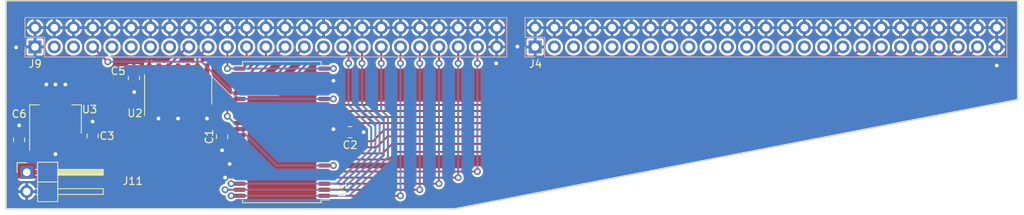
<source format=kicad_pcb>
(kicad_pcb (version 20221018) (generator pcbnew)

  (general
    (thickness 1.6)
  )

  (paper "A4")
  (title_block
    (title "CBM PET SRAM Expansion")
    (date "2023-10-13")
    (rev "1")
    (company "CCC Basel")
  )

  (layers
    (0 "F.Cu" signal)
    (31 "B.Cu" signal)
    (32 "B.Adhes" user "B.Adhesive")
    (33 "F.Adhes" user "F.Adhesive")
    (34 "B.Paste" user)
    (35 "F.Paste" user)
    (36 "B.SilkS" user "B.Silkscreen")
    (37 "F.SilkS" user "F.Silkscreen")
    (38 "B.Mask" user)
    (39 "F.Mask" user)
    (40 "Dwgs.User" user "User.Drawings")
    (41 "Cmts.User" user "User.Comments")
    (42 "Eco1.User" user "User.Eco1")
    (43 "Eco2.User" user "User.Eco2")
    (44 "Edge.Cuts" user)
    (45 "Margin" user)
    (46 "B.CrtYd" user "B.Courtyard")
    (47 "F.CrtYd" user "F.Courtyard")
    (48 "B.Fab" user)
    (49 "F.Fab" user)
    (50 "User.1" user)
    (51 "User.2" user)
    (52 "User.3" user)
    (53 "User.4" user)
    (54 "User.5" user)
    (55 "User.6" user)
    (56 "User.7" user)
    (57 "User.8" user)
    (58 "User.9" user)
  )

  (setup
    (stackup
      (layer "F.SilkS" (type "Top Silk Screen"))
      (layer "F.Paste" (type "Top Solder Paste"))
      (layer "F.Mask" (type "Top Solder Mask") (thickness 0.01))
      (layer "F.Cu" (type "copper") (thickness 0.035))
      (layer "dielectric 1" (type "core") (thickness 1.51) (material "FR4") (epsilon_r 4.5) (loss_tangent 0.02))
      (layer "B.Cu" (type "copper") (thickness 0.035))
      (layer "B.Mask" (type "Bottom Solder Mask") (thickness 0.01))
      (layer "B.Paste" (type "Bottom Solder Paste"))
      (layer "B.SilkS" (type "Bottom Silk Screen"))
      (copper_finish "None")
      (dielectric_constraints no)
    )
    (pad_to_mask_clearance 0)
    (pcbplotparams
      (layerselection 0x0001000_ffffffff)
      (plot_on_all_layers_selection 0x0000000_00000000)
      (disableapertmacros false)
      (usegerberextensions false)
      (usegerberattributes true)
      (usegerberadvancedattributes true)
      (creategerberjobfile true)
      (dashed_line_dash_ratio 12.000000)
      (dashed_line_gap_ratio 3.000000)
      (svgprecision 4)
      (plotframeref false)
      (viasonmask false)
      (mode 1)
      (useauxorigin false)
      (hpglpennumber 1)
      (hpglpenspeed 20)
      (hpglpendiameter 15.000000)
      (dxfpolygonmode true)
      (dxfimperialunits true)
      (dxfusepcbnewfont true)
      (psnegative false)
      (psa4output false)
      (plotreference true)
      (plotvalue true)
      (plotinvisibletext false)
      (sketchpadsonfab false)
      (subtractmaskfromsilk false)
      (outputformat 1)
      (mirror false)
      (drillshape 0)
      (scaleselection 1)
      (outputdirectory "plot/")
    )
  )

  (net 0 "")
  (net 1 "+5V")
  (net 2 "GND")
  (net 3 "/BD0")
  (net 4 "/BD1")
  (net 5 "/BD2")
  (net 6 "/BD3")
  (net 7 "/BD4")
  (net 8 "/BD5")
  (net 9 "/BD6")
  (net 10 "/BD7")
  (net 11 "/~{SEL2}")
  (net 12 "/~{SEL3}")
  (net 13 "/~{SEL4}")
  (net 14 "/~{SEL5}")
  (net 15 "/~{SEL6}")
  (net 16 "/~{SEL7}")
  (net 17 "/~{SEL8}")
  (net 18 "/~{SEL9}")
  (net 19 "/~{SELA}")
  (net 20 "/~{SELB}")
  (net 21 "/~{RESET}")
  (net 22 "/READY")
  (net 23 "/~{NMI}")
  (net 24 "/BA0")
  (net 25 "/BA1")
  (net 26 "unconnected-(U1-DQ8-Pad29)")
  (net 27 "unconnected-(U1-DQ9-Pad30)")
  (net 28 "unconnected-(U1-DQ10-Pad31)")
  (net 29 "unconnected-(U1-DQ11-Pad32)")
  (net 30 "unconnected-(U1-DQ12-Pad35)")
  (net 31 "unconnected-(U1-DQ13-Pad36)")
  (net 32 "unconnected-(U1-DQ14-Pad37)")
  (net 33 "unconnected-(U1-DQ15-Pad38)")
  (net 34 "/BA2")
  (net 35 "/BA3")
  (net 36 "/BA4")
  (net 37 "/BA5")
  (net 38 "/BA6")
  (net 39 "/BA7")
  (net 40 "/BA8")
  (net 41 "/BA9")
  (net 42 "/BA10")
  (net 43 "/BA11")
  (net 44 "/BA12")
  (net 45 "/BA13")
  (net 46 "/BA14")
  (net 47 "/BA15")
  (net 48 "/SYNC")
  (net 49 "/~{IRQ}")
  (net 50 "/CPHI2")
  (net 51 "/BR{slash}W")
  (net 52 "/~{BR{slash}W}")
  (net 53 "unconnected-(J4-Pin_9-Pad9)")
  (net 54 "unconnected-(J4-Pin_11-Pad11)")
  (net 55 "/~{CE}")
  (net 56 "unconnected-(U1-NC-Pad28)")
  (net 57 "unconnected-(J9-Pin_3-Pad3)")
  (net 58 "unconnected-(J9-Pin_11-Pad11)")
  (net 59 "+9V")
  (net 60 "unconnected-(U2-Pad3)")
  (net 61 "unconnected-(U2-Pad6)")
  (net 62 "Net-(U2-Pad10)")

  (footprint "Package_SO:SOIC-14_3.9x8.7mm_P1.27mm" (layer "F.Cu") (at 102.5 81.65 90))

  (footprint "Capacitor_SMD:C_0805_2012Metric" (layer "F.Cu") (at 125.2 87.3 180))

  (footprint "Package_SO:TSOP-II-44_10.16x18.41mm_P0.8mm" (layer "F.Cu") (at 116.2 87.3 180))

  (footprint "Capacitor_SMD:C_0805_2012Metric" (layer "F.Cu") (at 91.2 87.8 -90))

  (footprint "Connector_PinHeader_2.54mm:PinHeader_1x02_P2.54mm_Horizontal" (layer "F.Cu") (at 82.5 92.6))

  (footprint "Capacitor_SMD:C_0805_2012Metric" (layer "F.Cu") (at 96.65 80.15 -90))

  (footprint "Capacitor_SMD:C_0805_2012Metric" (layer "F.Cu") (at 81.5 88.3 -90))

  (footprint "Package_TO_SOT_SMD:SOT-223-3_TabPin2" (layer "F.Cu") (at 86.3 85.6 90))

  (footprint "Capacitor_SMD:C_0805_2012Metric" (layer "F.Cu") (at 108.3 87.9 -90))

  (footprint "Connector_PinSocket_2.54mm:PinSocket_2x25_P2.54mm_Vertical" (layer "B.Cu") (at 83.6 76.04 -90))

  (footprint "Connector_PinSocket_2.54mm:PinSocket_2x25_P2.54mm_Vertical" (layer "B.Cu") (at 149.64 76.04 -90))

  (gr_poly
    (pts
      (xy 79.764 69.944)
      (xy 79.764 97.424)
      (xy 139 97.424)
      (xy 213.368 83)
      (xy 213.368 69.944)
    )

    (stroke (width 0.2) (type solid)) (fill none) (layer "Edge.Cuts") (tstamp 0dd3ab04-e666-4b66-af39-8505a82aff56))
  (gr_text "PET SRAM Expansion\nv2 2023 CCC Basel" (at 146.5 95.3 12) (layer "F.Cu" knockout) (tstamp b8bf4f42-fff9-456d-9deb-5c596e5468c6)
    (effects (font (size 1.5 1.5) (thickness 0.3) bold) (justify left bottom))
  )
  (gr_text "+ -" (at 93.4 91.5 270) (layer "F.Cu" knockout) (tstamp f575302a-e095-4194-ad15-ebc506393443)
    (effects (font (size 1.5 1.5) (thickness 0.3) bold) (justify left bottom))
  )

  (segment (start 121.7875 87.7) (end 123.85 87.7) (width 0.25) (layer "F.Cu") (net 1) (tstamp c20522a2-c75d-4d9e-92c2-e7d359269504))
  (segment (start 123.85 87.7) (end 124.25 87.3) (width 0.25) (layer "F.Cu") (net 1) (tstamp c4c63fba-9fac-4d2d-9ecf-969536ec52b4))
  (segment (start 91.2 86.85) (end 91.2 85.9) (width 0.25) (layer "F.Cu") (net 2) (tstamp 011df45a-c56a-4cc1-9390-1a39d77c223f))
  (segment (start 98.69 84.125) (end 99.96 84.125) (width 0.25) (layer "F.Cu") (net 2) (tstamp 01624666-3389-4891-93cd-e89d4289ba75))
  (segment (start 210.6 76.04) (end 210.6 78.5) (width 0.25) (layer "F.Cu") (net 2) (tstamp 0398e4cb-0d20-4d23-af3e-3bc6b738eff8))
  (segment (start 110.6125 91.7) (end 109.5 91.7) (width 0.25) (layer "F.Cu") (net 2) (tstamp 10849130-c65c-4a1b-8b9d-33883077c151))
  (segment (start 106.31 84.125) (end 106.31 85.49) (width 0.25) (layer "F.Cu") (net 2) (tstamp 1989c981-e8c9-437e-aa18-336ba27d20e3))
  (segment (start 109.5 91.7) (end 109.3 91.5) (width 0.25) (layer "F.Cu") (net 2) (tstamp 1dc7c261-655e-489f-be10-702d3af8c8c2))
  (segment (start 99.96 85.44) (end 99.9 85.5) (width 0.25) (layer "F.Cu") (net 2) (tstamp 1e14d941-9153-476b-a0cf-96f44b5ca553))
  (segment (start 96.65 81.95) (end 96.7 82) (width 0.25) (layer "F.Cu") (net 2) (tstamp 2a2b63b0-1ba9-4093-a18f-e267d572f199))
  (segment (start 86.3 82.45) (end 86.3 82.3) (width 0.25) (layer "F.Cu") (net 2) (tstamp 362d9b5f-ddf7-4b1b-9215-d9322123890b))
  (segment (start 81.5 87.35) (end 81.5 86.4) (width 0.25) (layer "F.Cu") (net 2) (tstamp 3f95890b-961e-49b9-9d7b-2cd1f8c21a78))
  (segment (start 110.6125 87.7) (end 109.45 87.7) (width 0.25) (layer "F.Cu") (net 2) (tstamp 52d4e1b7-11ba-49a4-aeef-1e251dd50a8b))
  (segment (start 144.56 76.04) (end 144.56 78.14) (width 0.25) (layer "F.Cu") (net 2) (tstamp 63babeaa-ecf6-48e5-bbb0-2f5fb51669aa))
  (segment (start 86.3 82.45) (end 86.3 81) (width 0.25) (layer "F.Cu") (net 2) (tstamp 68effc70-a377-4b29-a7e5-3ae799e4d3e2))
  (segment (start 108.3 88.85) (end 108.3 89.7) (width 0.25) (layer "F.Cu") (net 2) (tstamp 6ceef4d3-c265-443f-b34f-386e3f812259))
  (segment (start 149.64 76.04) (end 147.34 76.04) (width 0.25) (layer "F.Cu") (net 2) (tstamp 7422e9bd-5a6a-441b-9651-1244a3e6d8f1))
  (segment (start 109.45 87.7) (end 108.3 88.85) (width 0.25) (layer "F.Cu") (net 2) (tstamp 74ec4e32-d966-4778-b2b6-a71d46c6fb7e))
  (segment (start 110.6125 93.3) (end 108.7 93.3) (width 0.25) (layer "F.Cu") (net 2) (tstamp 7b0d66ff-1a65-4eeb-a70f-f4256a5c63fc))
  (segment (start 121.7875 82.1) (end 121.7875 79.7) (width 0.25) (layer "F.Cu") (net 2) (tstamp 7b5b16bd-9cef-467d-b98d-8008676e0a76))
  (segment (start 121.7875 80.5) (end 123 80.5) (width 0.25) (layer "F.Cu") (net 2) (tstamp 832b77e8-3371-4b11-969a-90365ff665de))
  (segment (start 86.3 88.75) (end 86.3 90.2) (width 0.25) (layer "F.Cu") (net 2) (tstamp 889a37ba-2ec4-4389-821d-231ac85d581b))
  (segment (start 144.56 78.14) (end 144.5 78.2) (width 0.25) (layer "F.Cu") (net 2) (tstamp a01d66c7-3530-4e84-93b0-5c7a832167e9))
  (segment (start 147.34 76.04) (end 147.3 76) (width 0.25) (layer "F.Cu") (net 2) (tstamp a84f54c9-290d-4bb3-a04b-b0b2f1d57f75))
  (segment (start 86.3 82.3) (end 87.6 81) (width 0.25) (layer "F.Cu") (net 2) (tstamp b21d294f-597a-48bc-b1a6-cfebc712cd81))
  (segment (start 81.16 76.04) (end 81.1 76.1) (width 0.25) (layer "F.Cu") (net 2) (tstamp c655599a-b885-4c62-8a28-9c83e21ddcd0))
  (segment (start 102.5 84.125) (end 102.5 85.5) (width 0.25) (layer "F.Cu") (net 2) (tstamp c8ba8836-073b-48a3-8d80-bb7451ed0ebe))
  (segment (start 96.65 81.1) (end 96.65 81.95) (width 0.25) (layer "F.Cu") (net 2) (tstamp c91a1503-6647-41a6-8194-a1ceccda4377))
  (segment (start 121.7875 86.9) (end 123 86.9) (width 0.25) (layer "F.Cu") (net 2) (tstamp cf250929-cd87-4d57-85f9-85282ed01c95))
  (segment (start 85.1 81.25) (end 85.1 81) (width 0.25) (layer "F.Cu") (net 2) (tstamp d3c403c2-b69d-4e1c-99b8-149abd142414))
  (segment (start 86.3 82.45) (end 85.1 81.25) (width 0.25) (layer "F.Cu") (net 2) (tstamp d6491325-e906-477a-8f83-c8392cc6110f))
  (segment (start 83.6 76.04) (end 81.16 76.04) (width 0.25) (layer "F.Cu") (net 2) (tstamp d70eae4f-52de-4945-8df2-508cfe317303))
  (segment (start 126.15 87.3) (end 127 87.3) (width 0.25) (layer "F.Cu") (net 2) (tstamp de8d7868-40dc-4d42-b352-c7d73e6ad337))
  (segment (start 106.31 85.49) (end 106.3 85.5) (width 0.25) (layer "F.Cu") (net 2) (tstamp e50a67c0-8908-49ba-b1df-c003ad73d663))
  (segment (start 99.96 84.125) (end 99.96 85.44) (width 0.25) (layer "F.Cu") (net 2) (tstamp f2fc73a4-c79c-4d4c-9346-a7507222d53a))
  (segment (start 103.77 84.125) (end 102.5 84.125) (width 0.25) (layer "F.Cu") (net 2) (tstamp fe0e0ad0-67a9-4776-ba97-be782ad4373f))
  (via (at 144.5 78.2) (size 0.9) (drill 0.5) (layers "F.Cu" "B.Cu") (net 2) (tstamp 039aec84-1c33-44dc-99ec-f49b9a192389))
  (via (at 86.3 81) (size 0.9) (drill 0.5) (layers "F.Cu" "B.Cu") (net 2) (tstamp 0da8a494-c134-49fe-b3a9-f9b3426eed95))
  (via (at 81.1 76.1) (size 0.9) (drill 0.5) (layers "F.Cu" "B.Cu") (net 2) (tstamp 171b8cdf-1a8f-4f76-be69-fbdf66c18f1b))
  (via (at 108.3 89.7) (size 0.9) (drill 0.5) (layers "F.Cu" "B.Cu") (net 2) (tstamp 3c91f8a7-3010-4453-a036-8e24be5db83c))
  (via (at 86.3 90.2) (size 0.9) (drill 0.5) (layers "F.Cu" "B.Cu") (net 2) (tstamp 3cfaebeb-7fe8-4b5d-92f6-c84a2aab1056))
  (via (at 91.2 85.9) (size 0.9) (drill 0.5) (layers "F.Cu" "B.Cu") (net 2) (tstamp 435c66de-af88-4171-a0b0-b8a13dccdc14))
  (via (at 99.9 85.5) (size 0.9) (drill 0.5) (layers "F.Cu" "B.Cu") (net 2) (tstamp 44cb60e3-eb5a-4871-b24b-bd18a01d470b))
  (via (at 210.6 78.5) (size 0.9) (drill 0.5) (layers "F.Cu" "B.Cu") (net 2) (tstamp 56c45c2e-36a5-4810-a611-5eed89baa986))
  (via (at 96.7 82) (size 0.9) (drill 0.5) (layers "F.Cu" "B.Cu") (net 2) (tstamp 5f06b5bb-9db3-4504-9f12-87c6521f9c28))
  (via (at 108.7 93.3) (size 0.9) (drill 0.5) (layers "F.Cu" "B.Cu") (net 2) (tstamp 662ea9b7-3dd5-4833-9564-a69601c23426))
  (via (at 106.3 85.5) (size 0.9) (drill 0.5) (layers "F.Cu" "B.Cu") (net 2) (tstamp 6de8f9c1-096d-41ff-a901-6a6dfa13d2ec))
  (via (at 127 87.3) (size 0.9) (drill 0.5) (layers "F.Cu" "B.Cu") (net 2) (tstamp 7b507c77-a621-4156-b7e7-896f2b07b880))
  (via (at 85.1 81) (size 0.9) (drill 0.5) (layers "F.Cu" "B.Cu") (net 2) (tstamp 7eec2928-bca4-4d37-9646-3aba21192767))
  (via (at 87.6 81) (size 0.9) (drill 0.5) (layers "F.Cu" "B.Cu") (net 2) (tstamp 83324a08-e1b8-4a03-8032-158e41eae093))
  (via (at 109.3 91.5) (size 0.9) (drill 0.5) (layers "F.Cu" "B.Cu") (net 2) (tstamp 86d33735-b360-4755-af67-087b8ac9b5ed))
  (via (at 81.5 86.4) (size 0.9) (drill 0.5) (layers "F.Cu" "B.Cu") (net 2) (tstamp 937a74fe-deb6-42a4-9615-0ba7fc53e4ce))
  (via (at 123 86.9) (size 0.9) (drill 0.5) (layers "F.Cu" "B.Cu") (net 2) (tstamp 94c22d19-779e-46c3-9c25-4e37a061dffc))
  (via (at 147.3 76) (size 0.9) (drill 0.5) (layers "F.Cu" "B.Cu") (net 2) (tstamp bf928a1f-e977-417b-a71f-9ad6b62ffa8a))
  (via (at 123 80.5) (size 0.9) (drill 0.5) (layers "F.Cu" "B.Cu") (net 2) (tstamp e6e929ae-0523-4db8-bdf0-a5997f1e067c))
  (via (at 102.5 85.5) (size 0.9) (drill 0.5) (layers "F.Cu" "B.Cu") (net 2) (tstamp ffc5a456-9ae2-48fc-88cf-861dc8779655))
  (segment (start 180.1 83.3) (end 200.8 83.3) (width 0.25) (layer "F.Cu") (net 3) (tstamp 0cbfe27c-7a21-413c-b26d-8590613f6027))
  (segment (start 150 84.8) (end 178.6 84.8) (width 0.25) (layer "F.Cu") (net 3) (tstamp 444d0f27-197d-4d31-9fad-ed53e214aa88))
  (segment (start 121.7875 90.9) (end 130.3 90.9) (width 0.25) (layer "F.Cu") (net 3) (tstamp 77e4faa7-ada3-453e-bb27-76f01d55dbba))
  (segment (start 130.3 90.9) (end 131.3 89.9) (width 0.25) (layer "F.Cu") (net 3) (tstamp a065db0f-5399-4aff-b0b7-4178d990f619))
  (segment (start 144.9 89.9) (end 150 84.8) (width 0.25) (layer "F.Cu") (net 3) (tstamp c7fa1637-1837-499f-ad2e-700c6d011f00))
  (segment (start 131.3 89.9) (end 144.9 89.9) (width 0.25) (layer "F.Cu") (net 3) (tstamp e81a1570-db09-44d6-bf52-a36d31cb5f65))
  (segment (start 200.8 83.3) (end 208.06 76.04) (width 0.25) (layer "F.Cu") (net 3) (tstamp eb74ae23-732b-47ba-893b-d67a9770af22))
  (segment (start 178.6 84.8) (end 180.1 83.3) (width 0.25) (layer "F.Cu") (net 3) (tstamp fb4d054f-5384-4fd1-8428-87c1366887db))
  (segment (start 130.75 88.85) (end 144.65 88.85) (width 0.25) (layer "F.Cu") (net 4) (tstamp 046f1a06-7bfe-4200-9bea-fa9b4205a41a))
  (segment (start 149.7 83.8) (end 177.9 83.8) (width 0.25) (layer "F.Cu") (net 4) (tstamp 09aa820b-abcc-49cf-9272-769422276298))
  (segment (start 144.65 88.85) (end 149.7 83.8) (width 0.25) (layer "F.Cu") (net 4) (tstamp 5e180071-ddd2-4b1c-ac30-2842f5097f51))
  (segment (start 121.7875 90.1) (end 129.5 90.1) (width 0.25) (layer "F.Cu") (net 4) (tstamp 6dfe9a98-24d1-4b5d-b8bf-15a463a43e44))
  (segment (start 177.9 83.8) (end 179.3 82.4) (width 0.25) (layer "F.Cu") (net 4) (tstamp a5e9cea6-b375-4ba0-97c1-791087b14736))
  (segment (start 179.3 82.4) (end 199.16 82.4) (width 0.25) (layer "F.Cu") (net 4) (tstamp d7aa5015-a35e-4c3f-ae48-e6e08fd28598))
  (segment (start 129.5 90.1) (end 130.75 88.85) (width 0.25) (layer "F.Cu") (net 4) (tstamp dd2667e4-a8c5-4201-8cc0-020535661f54))
  (segment (start 199.16 82.4) (end 205.52 76.04) (width 0.25) (layer "F.Cu") (net 4) (tstamp feb83722-640b-4201-80c8-ed82b3adb966))
  (segment (start 178.45 81.65) (end 197.37 81.65) (width 0.25) (layer "F.Cu") (net 5) (tstamp 16d75f28-3b12-4d48-be2c-34307f07bd3b))
  (segment (start 149.3 82.9) (end 177.2 82.9) (width 0.25) (layer "F.Cu") (net 5) (tstamp 41ee448d-4c4a-497e-9197-e204ddaa603b))
  (segment (start 130.15 87.85) (end 144.35 87.85) (width 0.25) (layer "F.Cu") (net 5) (tstamp 5adcc793-e852-4383-934c-4cd5f5ac42a3))
  (segment (start 121.7875 89.3) (end 128.7 89.3) (width 0.25) (layer "F.Cu") (net 5) (tstamp 8bae9583-25ef-40ad-acca-ad9f3335e3b8))
  (segment (start 197.37 81.65) (end 202.98 76.04) (width 0.25) (layer "F.Cu") (net 5) (tstamp a3babdc5-d86d-474d-9478-beb548622f0e))
  (segment (start 144.35 87.85) (end 149.3 82.9) (width 0.25) (layer "F.Cu") (net 5) (tstamp bdf298db-0038-4124-9039-b1834292960f))
  (segment (start 177.2 82.9) (end 178.45 81.65) (width 0.25) (layer "F.Cu") (net 5) (tstamp d0141a7c-d228-4aa4-ac6a-aa01f48f17a9))
  (segment (start 128.7 89.3) (end 130.15 87.85) (width 0.25) (layer "F.Cu") (net 5) (tstamp f752bb2e-b42e-4c1c-9525-0a2b59fec467))
  (segment (start 128.2 88.5) (end 129.75 86.95) (width 0.25) (layer "F.Cu") (net 6) (tstamp 2b928a4d-0c5d-44a8-9176-03250afb861d))
  (segment (start 177.5 80.9) (end 195.58 80.9) (width 0.25) (layer "F.Cu") (net 6) (tstamp 2c1e5cd0-8687-44c1-88a6-baea5c363935))
  (segment (start 195.58 80.9) (end 200.44 76.04) (width 0.25) (layer "F.Cu") (net 6) (tstamp 70f83a04-3aef-4056-bfb0-1c4a94d7ab3b))
  (segment (start 176.4 82) (end 177.5 80.9) (width 0.25) (layer "F.Cu") (net 6) (tstamp 734c3d9b-4238-4c51-a8dc-9f17f90e6458))
  (segment (start 129.75 86.95) (end 144.15 86.95) (width 0.25) (layer "F.Cu") (net 6) (tstamp a976f1b6-adc0-4082-9c0a-732bdd0fc84f))
  (segment (start 149.1 82) (end 176.4 82) (width 0.25) (layer "F.Cu") (net 6) (tstamp b21c1930-2aac-47c2-b07b-36d35d553c9c))
  (segment (start 121.7875 88.5) (end 128.2 88.5) (width 0.25) (layer "F.Cu") (net 6) (tstamp bde74e7f-ce47-4f24-9ffd-1f687f99851b))
  (segment (start 144.15 86.95) (end 149.1 82) (width 0.25) (layer "F.Cu") (net 6) (tstamp cc123535-161e-4eaf-9ec2-fb762149dc22))
  (segment (start 197.9 76.04) (end 193.89 80.05) (width 0.25) (layer "F.Cu") (net 7) (tstamp 311b43eb-4877-4e9c-b91d-894eb35f6d05))
  (segment (start 143.7 86.1) (end 121.7875 86.1) (width 0.25) (layer "F.Cu") (net 7) (tstamp 437b82f3-51d2-422b-a24f-0897bfc269d5))
  (segment (start 176.75 80.05) (end 175.7 81.1) (width 0.25) (layer "F.Cu") (net 7) (tstamp 7454ca47-541d-41ea-b97c-b5f0f723fef6))
  (segment (start 148.7 81.1) (end 143.7 86.1) (width 0.25) (layer "F.Cu") (net 7) (tstamp b075dd63-9aed-4f34-adef-a9f90048869e))
  (segment (start 175.7 81.1) (end 148.7 81.1) (width 0.25) (layer "F.Cu") (net 7) (tstamp cae2309a-abc3-459c-83b8-f48844d17a2b))
  (segment (start 193.89 80.05) (end 176.75 80.05) (width 0.25) (layer "F.Cu") (net 7) (tstamp e60b7f6e-d02a-45cf-8729-d4550648ba43))
  (segment (start 121.7875 85.3) (end 143.3 85.3) (width 0.25) (layer "F.Cu") (net 8) (tstamp 0a8ae847-2dc8-40ff-91d1-47821a3cdcaa))
  (segment (start 192.25 79.15) (end 195.36 76.04) (width 0.25) (layer "F.Cu") (net 8) (tstamp 7266cf47-e6cf-4062-a490-85dab9c88005))
  (segment (start 175.9 79.15) (end 192.25 79.15) (width 0.25) (layer "F.Cu") (net 8) (tstamp 832d2bef-c2d9-4a04-a939-b05c60d191b1))
  (segment (start 148.5 80.1) (end 174.95 80.1) (width 0.25) (layer "F.Cu") (net 8) (tstamp 98e59929-f746-40bb-b6ef-173efbd917f9))
  (segment (start 174.95 80.1) (end 175.9 79.15) (width 0.25) (layer "F.Cu") (net 8) (tstamp 9eb6013d-2340-4956-955b-8c507cfb9499))
  (segment (start 143.3 85.3) (end 148.5 80.1) (width 0.25) (layer "F.Cu") (net 8) (tstamp b8836dd4-2b5d-4843-bd29-add5a134089d))
  (segment (start 175.1 78.25) (end 190.61 78.25) (width 0.25) (layer "F.Cu") (net 9) (tstamp 543f9278-0ff6-4b25-82f2-62f3a5207115))
  (segment (start 121.7875 84.5) (end 142.9 84.5) (width 0.25) (layer "F.Cu") (net 9) (tstamp 5601569e-552a-4995-b4ba-e8fcc058b399))
  (segment (start 148.2 79.2) (end 174.15 79.2) (width 0.25) (layer "F.Cu") (net 9) (tstamp 6223354c-4447-46b9-8ec3-0a70663c6d82))
  (segment (start 174.15 79.2) (end 175.1 78.25) (width 0.25) (layer "F.Cu") (net 9) (tstamp 6be261aa-1850-4124-acf6-bb9b248447cb))
  (segment (start 190.61 78.25) (end 192.82 76.04) (width 0.25) (layer "F.Cu") (net 9) (tstamp a8101d31-3559-4015-80a4-6e449be32d49))
  (segment (start 142.9 84.5) (end 148.2 79.2) (width 0.25) (layer "F.Cu") (net 9) (tstamp b72a0eee-0f0d-4d15-b2da-3ace983afe4c))
  (segment (start 173.335 78.4) (end 174.2 77.535) (width 0.25) (layer "F.Cu") (net 10) (tstamp 3ae5f908-175d-4025-9962-97ca73eea821))
  (segment (start 174.2 77.535) (end 188.785 77.535) (width 0.25) (layer "F.Cu") (net 10) (tstamp 447f7659-dfc9-41ed-b88e-7561b904287f))
  (segment (start 142.6 83.7) (end 147.9 78.4) (width 0.25) (layer "F.Cu") (net 10) (tstamp 4493ff84-cd31-45fb-88b7-a47609684a82))
  (segment (start 147.9 78.4) (end 173.335 78.4) (width 0.25) (layer "F.Cu") (net 10) (tstamp 63c68c56-299d-4407-97e3-ce03e2445555))
  (segment (start 188.785 77.535) (end 190.28 76.04) (width 0.25) (layer "F.Cu") (net 10) (tstamp a1e06d7f-ef9f-4336-8102-41489e1456d7))
  (segment (start 121.7875 83.7) (end 142.6 83.7) (width 0.25) (layer "F.Cu") (net 10) (tstamp b96754ea-57b1-4121-b29e-b8996d3d4d04))
  (segment (start 142.02 76.04) (end 142.02 78.2) (width 0.25) (layer "F.Cu") (net 24) (tstamp 020f604d-0fe6-463c-a82a-6267d386259b))
  (segment (start 121.7875 92.5) (end 142.02 92.5) (width 0.25) (layer "F.Cu") (net 24) (tstamp 814f349b-529e-47b5-8a4e-8128beb5c433))
  (via (at 142.02 92.5) (size 0.9) (drill 0.5) (layers "F.Cu" "B.Cu") (net 24) (tstamp 43eecbe5-855b-4d0c-bb94-5c97987993a2))
  (via (at 142.02 78.2) (size 0.9) (drill 0.5) (layers "F.Cu" "B.Cu") (net 24) (tstamp 5fbb6034-1621-4b2b-bb7a-5f48775d76a3))
  (segment (start 142.02 78.2) (end 142.02 92.5) (width 0.25) (layer "B.Cu") (net 24) (tstamp 6871e2b2-dbad-43d0-84fc-b2c8b233aef2))
  (segment (start 137.9 93.3) (end 139.2 93.3) (width 0.25) (layer "F.Cu") (net 25) (tstamp 134f8063-d249-49c9-b8b0-3fb70fdebd0e))
  (segment (start 139.48 76.04) (end 139.48 78.2) (width 0.25) (layer "F.Cu") (net 25) (tstamp 3c705a89-1b06-4f5f-aab4-864d4222b559))
  (segment (start 121.7875 93.3) (end 137.9 93.3) (width 0.25) (layer "F.Cu") (net 25) (tstamp d43fd0b8-7670-410c-a5bf-2bff6a7c6789))
  (segment (start 137.9 93.3) (end 139.48 93.3) (width 0.25) (layer "F.Cu") (net 25) (tstamp f3d1b219-df4a-44af-ad78-a643d0bfca48))
  (via (at 139.48 93.3) (size 0.9) (drill 0.5) (layers "F.Cu" "B.Cu") (net 25) (tstamp 14839f69-e431-42ce-8717-8ca113c33a6f))
  (via (at 139.48 78.2) (size 0.9) (drill 0.5) (layers "F.Cu" "B.Cu") (net 25) (tstamp 83f2720d-713c-4039-92de-ee77b03a0c0f))
  (segment (start 139.48 78.2) (end 139.48 93.3) (width 0.25) (layer "B.Cu") (net 25) (tstamp 6b54c2bd-1503-4e6c-86e2-18920027d3a0))
  (segment (start 136.94 76.04) (end 136.94 78.2) (width 0.25) (layer "F.Cu") (net 34) (tstamp 08495a6b-d7c0-41ed-a908-d8f900d0d9d3))
  (segment (start 121.7875 94.1) (end 136.94 94.1) (width 0.25) (layer "F.Cu") (net 34) (tstamp 62e4a09f-c002-46f3-b68c-e5f3235e875c))
  (via (at 136.94 94.1) (size 0.9) (drill 0.5) (layers "F.Cu" "B.Cu") (net 34) (tstamp 709d8063-d17c-4699-b539-e14362b2765b))
  (via (at 136.94 78.2) (size 0.9) (drill 0.5) (layers "F.Cu" "B.Cu") (net 34) (tstamp dd1419a7-7528-4f37-b01a-9a8dbf40ea1b))
  (segment (start 136.94 78.2) (end 136.94 94.1) (width 0.25) (layer "B.Cu") (net 34) (tstamp 6c619bcf-c0eb-4112-868f-42670549d11c))
  (segment (start 134.4 76.04) (end 134.4 78.2) (width 0.25) (layer "F.Cu") (net 35) (tstamp 07535421-9495-49fb-b80e-4be889f5abe3))
  (segment (start 121.7875 94.9) (end 134.4 94.9) (width 0.25) (layer "F.Cu") (net 35) (tstamp c65d2d78-e370-4904-a8b4-e3a4d1785495))
  (via (at 134.4 78.2) (size 0.9) (drill 0.5) (layers "F.Cu" "B.Cu") (net 35) (tstamp 3c85e060-2fed-44b9-bfd7-3cc035e39341))
  (via (at 134.4 94.9) (size 0.9) (drill 0.5) (layers "F.Cu" "B.Cu") (net 35) (tstamp bff90011-e855-4eb7-ad81-9a16c7e67c0b))
  (segment (start 134.4 78.2) (end 134.4 94.9) (width 0.25) (layer "B.Cu") (net 35) (tstamp 116a8a3c-1ecc-45ac-b860-0a29550c1ef0))
  (segment (start 121.7875 95.7) (end 131.86 95.7) (width 0.25) (layer "F.Cu") (net 36) (tstamp 49599bbd-3326-4c2b-8183-28e1efd62095))
  (segment (start 131.86 76.04) (end 131.86 78.2) (width 0.25) (layer "F.Cu") (net 36) (tstamp f1dffd1b-a4ff-469e-ab2e-429c5296c84d))
  (via (at 131.86 95.7) (size 0.9) (drill 0.5) (layers "F.Cu" "B.Cu") (net 36) (tstamp 75a8f135-8adb-4b6b-beeb-3af057711318))
  (via (at 131.86 78.2) (size 0.9) (drill 0.5) (layers "F.Cu" "B.Cu") (net 36) (tstamp e38f64e9-f752-4d98-884b-15b5e2410167))
  (segment (start 131.86 78.2) (end 131.86 95.7) (width 0.25) (layer "B.Cu") (net 36) (tstamp b1733f6c-51b0-4979-af2d-0b3fd7c64ce2))
  (segment (start 110.6125 95.7) (end 109.5 95.7) (width 0.25) (layer "F.Cu") (net 37) (tstamp 57060d08-20ac-4839-96a6-e5f91e102245))
  (segment (start 129.32 76.04) (end 129.32 78.2) (width 0.25) (layer "F.Cu") (net 37) (tstamp dde30f11-b05b-4b62-94d0-6764e9593a1b))
  (via (at 129.32 78.2) (size 0.9) (drill 0.5) (layers "F.Cu" "B.Cu") (net 37) (tstamp 13010197-576b-4291-861b-bcc609ab8064))
  (via (at 109.5 95.7) (size 0.9) (drill 0.5) (layers "F.Cu" "B.Cu") (net 37) (tstamp d96303bf-6731-48b0-b9f8-99c6fedebb50))
  (segment (start 125.1 95.7) (end 130.2 90.6) (width 0.25) (layer "B.Cu") (net 37) (tstamp 451abffc-ca37-4190-8a40-72d50ab22c78))
  (segment (start 129.32 84.4) (end 129.32 78.2) (width 0.25) (layer "B.Cu") (net 37) (tstamp 6b950704-fb64-4b6e-aa52-288b8f53f027))
  (segment (start 130.2 90.6) (end 130.2 85.28) (width 0.25) (layer "B.Cu") (net 37) (tstamp ac030d1d-271d-488b-ab80-ab19f8be3972))
  (segment (start 109.1 95.7) (end 125.1 95.7) (width 0.25) (layer "B.Cu") (net 37) (tstamp c3a305c0-bd86-4235-896a-e9349ec10159))
  (segment (start 130.2 85.28) (end 129.32 84.4) (width 0.25) (layer "B.Cu") (net 37) (tstamp ded8643c-4ad5-42d0-a631-34bcc210625d))
  (segment (start 110.6125 94.9) (end 108.7 94.9) (width 0.25) (layer "F.Cu") (net 38) (tstamp 010b4f91-88b7-4a83-9336-50a870405a9b))
  (segment (start 126.78 76.04) (end 126.78 78.2) (width 0.25) (layer "F.Cu") (net 38) (tstamp 875c5c11-85b1-4ab1-9459-70549c2459b5))
  (via (at 108.7 94.9) (size 0.9) (drill 0.5) (layers "F.Cu" "B.Cu") (net 38) (tstamp 36cbb6e1-ccc4-4b64-9230-6c7a6540d29b))
  (via (at 126.78 78.2) (size 0.9) (drill 0.5) (layers "F.Cu" "B.Cu") (net 38) (tstamp b58461f6-c0fe-46f7-b6db-99c9faaeb3a4))
  (segment (start 126.78 83.7) (end 126.78 78.2) (width 0.25) (layer "B.Cu") (net 38) (tstamp 0834e5b7-6a3c-4346-ae6a-39b826a7c6a0))
  (segment (start 129.1 90) (end 129.1 86.02) (width 0.25) (layer "B.Cu") (net 38) (tstamp 6d28dcaf-c33d-4a29-95d1-ce554cd7c971))
  (segment (start 108.7 94.9) (end 124.2 94.9) (width 0.25) (layer "B.Cu") (net 38) (tstamp 9c6788fb-8bcb-4db9-81fc-68f548cde1de))
  (segment (start 129.1 86.02) (end 126.78 83.7) (width 0.25) (layer "B.Cu") (net 38) (tstamp b2e3ec66-5f94-49bd-8f70-72ca679791a1))
  (segment (start 124.2 94.9) (end 129.1 90) (width 0.25) (layer "B.Cu") (net 38) (tstamp f09be094-9aae-4246-b023-2eb065121bbc))
  (segment (start 125 76.8) (end 125 78.2) (width 0.25) (layer "F.Cu") (net 39) (tstamp 26c9cfe9-ef15-405d-9c12-05fab8df8534))
  (segment (start 110.6125 94.1) (end 109.5 94.1) (width 0.25) (layer "F.Cu") (net 39) (tstamp 4df75ade-7c4c-4bc0-8b56-425ab4ae6309))
  (segment (start 124.24 76.04) (end 125 76.8) (width 0.25) (layer "F.Cu") (net 39) (tstamp ecb62fbe-91f0-4288-9833-d8f9dc60be17))
  (via (at 109.5 94.1) (size 0.9) (drill 0.5) (layers "F.Cu" "B.Cu") (net 39) (tstamp 8b957ae4-1db8-4c8b-9b01-faaead3d10bc))
  (via (at 125 78.2) (size 0.9) (drill 0.5) (layers "F.Cu" "B.Cu") (net 39) (tstamp cad7a454-de5a-4730-9879-28e956fa3151))
  (segment (start 128 86.7) (end 125 83.7) (width 0.25) (layer "B.Cu") (net 39) (tstamp 0e2ecc40-af59-4899-abe0-466611df9de0))
  (segment (start 128 89.5) (end 128 86.7) (width 0.25) (layer "B.Cu") (net 39) (tstamp a00d1442-8a79-4d6d-b6eb-27da1ab0700d))
  (segment (start 123.4 94.1) (end 128 89.5) (width 0.25) (layer "B.Cu") (net 39) (tstamp e577a315-f78a-4cc1-a51a-ce77de8b5bde))
  (segment (start 125 83.7) (end 125 78.2) (width 0.25) (layer "B.Cu") (net 39) (tstamp f3c0f086-3dcc-4108-be8f-d33f2bb8dc96))
  (segment (start 109.1 94.1) (end 123.4 94.1) (width 0.25) (layer "B.Cu") (net 39) (tstamp fba5a48c-cb2f-4804-b8a3-3b2e9d944bca))
  (segment (start 115.64 82.1) (end 110.6125 82.1) (width 0.25) (layer "F.Cu") (net 40) (tstamp 010958d7-4ff9-4017-908b-bcb84847a579))
  (segment (start 121.7 76.04) (end 115.64 82.1) (width 0.25) (layer "F.Cu") (net 40) (tstamp e0feb040-362b-47bc-9dea-e729cc91bbd2))
  (segment (start 119.16 76.04) (end 113.9 81.3) (width 0.25) (layer "F.Cu") (net 41) (tstamp 51c2af67-508b-418f-9235-5b04d7e1a3c7))
  (segment (start 113.9 81.3) (end 110.6125 81.3) (width 0.25) (layer "F.Cu") (net 41) (tstamp 92434bb8-a998-45f1-a9a3-8f4dbffdd269))
  (segment (start 112.16 80.5) (end 110.6125 80.5) (width 0.25) (layer "F.Cu") (net 42) (tstamp d8441ec3-aed2-4e8a-b246-19caad8dfefb))
  (segment (start 116.62 76.04) (end 112.16 80.5) (width 0.25) (layer "F.Cu") (net 42) (tstamp d8ab2074-0589-4137-93bd-3cb3777c6f59))
  (segment (start 114.08 77.42) (end 111.8 79.7) (width 0.25) (layer "F.Cu") (net 43) (tstamp 4d59f33b-df21-4c30-a4f0-0cfc34fe55e8))
  (segment (start 111.8 79.7) (end 110.6125 79.7) (width 0.25) (layer "F.Cu") (net 43) (tstamp 809b8f15-c255-45ea-9082-13b674f29876))
  (segment (start 114.08 76.04) (end 114.08 77.42) (width 0.25) (layer "F.Cu") (net 43) (tstamp aea176ed-cef3-4540-bc24-f911979fc88c))
  (segment (start 111 78.9) (end 110.6125 78.9) (width 0.25) (layer "F.Cu") (net 44) (tstamp 1289305a-38a6-4836-a4f1-0762bfd07694))
  (segment (start 111.54 76.04) (end 111.54 78.36) (width 0.25) (layer "F.Cu") (net 44) (tstamp 5e10f963-6c67-4542-84f2-2535a724b82d))
  (segment (start 111.54 78.36) (end 111 78.9) (width 0.25) (layer "F.Cu") (net 44) (tstamp afcfdb1f-9b22-4528-83e1-e5bdc940f4f3))
  (segment (start 108.9 76.14) (end 109 76.04) (width 0.25) (layer "F.Cu") (net 45) (tstamp 15dc3a1a-47b5-487a-9e40-1f1792c8fe7b))
  (segment (start 109 78.9) (end 109 76.04) (width 0.25) (layer "F.Cu") (net 45) (tstamp a5ad01c4-b5b7-41ea-854a-6118db11ff0c))
  (segment (start 121.7875 78.9) (end 123 78.9) (width 0.25) (layer "F.Cu") (net 45) (tstamp a802355e-5025-4342-91c2-7847dfc1dead))
  (via (at 109 78.9) (size 0.9) (drill 0.5) (layers "F.Cu" "B.Cu") (net 45) (tstamp b10d1706-0328-4c9f-9ac6-75161d819323))
  (via (at 123 78.9) (size 0.9) (drill 0.5) (layers "F.Cu" "B.Cu") (net 45) (tstamp f4adb965-1cbf-443a-a5ac-51a0420adb37))
  (segment (start 123 78.9) (end 109 78.9) (width 0.25) (layer "B.Cu") (net 45) (tstamp 7690d969-2743-4eb6-9cb3-f8f93b68ec7d))
  (segment (start 105.04 77.46) (end 105.04 79.175) (width 0.25) (layer "F.Cu") (net 46) (tstamp 10c74fc4-d1bc-42e6-b278-efca742612c2))
  (segment (start 106.46 76.04) (end 105.04 77.46) (width 0.25) (layer "F.Cu") (net 46) (tstamp d4859b5d-6124-4155-9b6c-f19f3f610b08))
  (segment (start 103.71 76.04) (end 101.23 78.52) (width 0.25) (layer "F.Cu") (net 47) (tstamp 2a5ecab4-ffb5-442e-8eee-948422b2dcdb))
  (segment (start 103.92 76.04) (end 103.71 76.04) (width 0.25) (layer "F.Cu") (net 47) (tstamp 5d21e5b2-9399-4d71-9ee2-4ef3ba9f6939))
  (segment (start 99.96 79.175) (end 101.23 79.175) (width 0.25) (layer "F.Cu") (net 47) (tstamp a075c27a-9298-401d-9a1c-ea1bb39cfb14))
  (segment (start 101.23 78.52) (end 101.23 79.175) (width 0.25) (layer "F.Cu") (net 47) (tstamp c4c6569d-c674-4539-8a22-4f174fddb174))
  (segment (start 93.18 78) (end 93.2 78) (width 0.25) (layer "F.Cu") (net 51) (tstamp 4e501d1f-9a19-4d8d-aeec-df45866e3175))
  (segment (start 91.22 76.04) (end 93.18 78) (width 0.25) (layer "F.Cu") (net 51) (tstamp 9a67f923-d33c-4378-a547-f8a8786650b9))
  (segment (start 121.7875 82.9) (end 123 82.9) (width 0.25) (layer "F.Cu") (net 51) (tstamp d33bee71-684b-4ae6-bbfd-c6b1bb3ff260))
  (via (at 93.2 78) (size 0.9) (drill 0.5) (layers "F.Cu" "B.Cu") (net 51) (tstamp 41e0a8da-c969-470a-868a-13dd8a8737eb))
  (via (at 123 82.9) (size 0.9) (drill 0.5) (layers "F.Cu" "B.Cu") (net 51) (tstamp 4b03fdc9-afd1-43e9-a3b3-5e84ab75b4fd))
  (segment (start 123 82.9) (end 110.7 82.9) (width 0.25) (layer "B.Cu") (net 51) (tstamp 1402104c-2dce-45f6-8fb6-a6fc64c8e9c2))
  (segment (start 110.5 82.9) (end 105.9 78.3) (width 0.25) (layer "B.Cu") (net 51) (tstamp 36c826ce-1825-4bc1-9091-103815d28401))
  (segment (start 105.9 78.3) (end 105.6 78) (width 0.25) (layer "B.Cu") (net 51) (tstamp 58cf4a4f-38f6-4940-a7b3-c3b76e2106be))
  (segment (start 110.7 82.9) (end 110.5 82.9) (width 0.25) (layer "B.Cu") (net 51) (tstamp dbd6d155-14f4-4bc5-a8b1-32457d774743))
  (segment (start 105.6 78) (end 93.2 78) (width 0.25) (layer "B.Cu") (net 51) (tstamp eb3831f0-5164-4a38-b6c2-0b6fb6eaec73))
  (segment (start 106.31 79.175) (end 106.31 79.81) (width 0.25) (layer "F.Cu") (net 55) (tstamp 1299984f-38e5-48be-a0c1-e04a527e8592))
  (segment (start 106.31 79.81) (end 109 82.5) (width 0.25) (layer "F.Cu") (net 55) (tstamp 3a04275d-dc00-4816-b055-8797b31614f2))
  (segment (start 121.7875 91.7) (end 123 91.7) (width 0.25) (layer "F.Cu") (net 55) (tstamp e0fc4976-9876-4351-a4f3-419aae9c4592))
  (segment (start 109 82.5) (end 109 83.6) (width 0.25) (layer "F.Cu") (net 55) (tstamp ee0ef5e4-6ef1-46b8-ab3c-df6d9f8e92e0))
  (segment (start 109 85.2) (end 109 83.6) (width 0.25) (layer "F.Cu") (net 55) (tstamp f43b29b0-d78e-48c8-a760-b0fcfea4fbe0))
  (via (at 123 91.7) (size 0.9) (drill 0.5) (layers "F.Cu" "B.Cu") (net 55) (tstamp 03f7edb3-591e-4b3a-8437-1d5bfc9ba96d))
  (via (at 109 85.2) (size 0.9) (drill 0.5) (layers "F.Cu" "B.Cu") (net 55) (tstamp 3df4ebdb-4afb-4912-b84d-a948845a70bc))
  (segment (start 115.5 91.7) (end 109 85.2) (width 0.25) (layer "B.Cu") (net 55) (tstamp 0cda0863-76e8-460b-8f94-bc8bd1b95c87))
  (segment (start 123 91.7) (end 115.5 91.7) (width 0.25) (layer "B.Cu") (net 55) (tstamp c9f61096-80c1-4fde-93a3-10567d9e1c24))
  (segment (start 102.5 79.175) (end 103.77 79.175) (width 0.25) (layer "F.Cu") (net 62) (tstamp 6aa451d5-922d-4955-9ac6-73eaa072d216))

  (zone (net 1) (net_name "+5V") (layer "F.Cu") (tstamp 28ff3e11-f060-4459-a227-48c70b8cedca) (hatch edge 0.5)
    (connect_pads (clearance 0.3))
    (min_thickness 0.2) (filled_areas_thickness no)
    (fill yes (thermal_gap 0.4) (thermal_bridge_width 0.4))
    (polygon
      (pts
        (xy 79.764 97.424)
        (xy 213.368 97.424)
        (xy 213.368 69.944)
        (xy 79.764 69.944)
      )
    )
    (filled_polygon
      (layer "F.Cu")
      (pts
        (xy 125.339079 86.544407)
        (xy 125.375043 86.593907)
        (xy 125.375043 86.655093)
        (xy 125.372986 86.660818)
        (xy 125.360123 86.693436)
        (xy 125.3495 86.781893)
        (xy 125.3495 87.818106)
        (xy 125.356812 87.878996)
        (xy 125.360123 87.906564)
        (xy 125.372986 87.939182)
        (xy 125.376744 88.000251)
        (xy 125.343889 88.051867)
        (xy 125.286969 88.074313)
        (xy 125.280888 88.0745)
        (xy 125.221719 88.0745)
        (xy 125.163528 88.055593)
        (xy 125.127564 88.006093)
        (xy 125.12665 87.94788)
        (xy 125.1471 87.877489)
        (xy 125.15 87.840638)
        (xy 125.15 87.500001)
        (xy 125.149999 87.5)
        (xy 124.149 87.5)
        (xy 124.090809 87.481093)
        (xy 124.054845 87.431593)
        (xy 124.05 87.401)
        (xy 124.05 87.199)
        (xy 124.068907 87.140809)
        (xy 124.118407 87.104845)
        (xy 124.149 87.1)
        (xy 125.149999 87.1)
        (xy 125.15 87.099999)
        (xy 125.15 86.759362)
        (xy 125.1471 86.72251)
        (xy 125.12665 86.65212)
        (xy 125.128572 86.590965)
        (xy 125.166073 86.542619)
        (xy 125.221719 86.5255)
        (xy 125.280888 86.5255)
      )
    )
    (filled_polygon
      (layer "F.Cu")
      (pts
        (xy 213.326691 69.963407)
        (xy 213.362655 70.012907)
        (xy 213.3675 70.0435)
        (xy 213.3675 82.917943)
        (xy 213.348593 82.976134)
        (xy 213.299093 83.012098)
        (xy 213.28735 83.015132)
        (xy 139.009289 97.421689)
        (xy 138.990439 97.4235)
        (xy 79.8635 97.4235)
        (xy 79.805309 97.404593)
        (xy 79.769345 97.355093)
        (xy 79.7645 97.3245)
        (xy 79.7645 95.14)
        (xy 81.344571 95.14)
        (xy 81.364244 95.352311)
        (xy 81.376683 95.396028)
        (xy 81.422595 95.557389)
        (xy 81.517634 95.748255)
        (xy 81.646128 95.918407)
        (xy 81.64771 95.919849)
        (xy 81.803692 96.062047)
        (xy 81.803699 96.062053)
        (xy 81.90617 96.1255)
        (xy 81.984981 96.174298)
        (xy 82.183802 96.251321)
        (xy 82.39339 96.2905)
        (xy 82.60661 96.2905)
        (xy 82.816198 96.251321)
        (xy 83.015019 96.174298)
        (xy 83.196302 96.062052)
        (xy 83.353872 95.918407)
        (xy 83.482366 95.748255)
        (xy 83.577405 95.557389)
        (xy 83.635756 95.35231)
        (xy 83.655429 95.14)
        (xy 83.635756 94.92769)
        (xy 83.577405 94.722611)
        (xy 83.482366 94.531745)
        (xy 83.353872 94.361593)
        (xy 83.27562 94.290256)
        (xy 83.196307 94.217952)
        (xy 83.1963 94.217946)
        (xy 83.015024 94.105705)
        (xy 83.015019 94.105702)
        (xy 83.000287 94.099995)
        (xy 82.816198 94.028679)
        (xy 82.816197 94.028678)
        (xy 82.816195 94.028678)
        (xy 82.60661 93.9895)
        (xy 82.39339 93.9895)
        (xy 82.183804 94.028678)
        (xy 81.98498 94.105702)
        (xy 81.984975 94.105705)
        (xy 81.803699 94.217946)
        (xy 81.803692 94.217952)
        (xy 81.646135 94.361586)
        (xy 81.646131 94.361589)
        (xy 81.646128 94.361593)
        (xy 81.646125 94.361597)
        (xy 81.517635 94.531743)
        (xy 81.51763 94.531752)
        (xy 81.422596 94.722608)
        (xy 81.364244 94.927688)
        (xy 81.344571 95.14)
        (xy 79.7645 95.14)
        (xy 79.7645 89.543106)
        (xy 80.4745 89.543106)
        (xy 80.485123 89.631564)
        (xy 80.487597 89.637837)
        (xy 80.4945 89.674157)
        (xy 80.4945 93.301)
        (xy 80.498261 93.348785)
        (xy 80.498261 93.348787)
        (xy 80.503104 93.379371)
        (xy 80.503104 93.37937)
        (xy 80.509512 93.409752)
        (xy 80.509514 93.409757)
        (xy 80.557689 93.511158)
        (xy 80.557695 93.511168)
        (xy 80.587488 93.552175)
        (xy 80.593655 93.560662)
        (xy 80.636876 93.606348)
        (xy 80.647824 93.61792)
        (xy 80.746401 93.671639)
        (xy 80.746403 93.67164)
        (xy 80.804596 93.690548)
        (xy 80.804593 93.690548)
        (xy 80.898997 93.7055)
        (xy 80.899 93.7055)
        (xy 81.463811 93.7055)
        (xy 81.503798 93.713935)
        (xy 81.519043 93.720666)
        (xy 81.580009 93.747585)
        (xy 81.605135 93.7505)
        (xy 83.394864 93.750499)
        (xy 83.419991 93.747585)
        (xy 83.496201 93.713934)
        (xy 83.536189 93.7055)
        (xy 84.700996 93.7055)
        (xy 84.701 93.7055)
        (xy 84.748786 93.701739)
        (xy 84.748787 93.701739)
        (xy 84.779371 93.696896)
        (xy 84.77937 93.696896)
        (xy 84.785268 93.695651)
        (xy 84.809754 93.690487)
        (xy 84.911162 93.642309)
        (xy 84.960662 93.606345)
        (xy 85.017919 93.552177)
        (xy 85.063755 93.468065)
        (xy 85.071639 93.453598)
        (xy 85.07164 93.453596)
        (xy 85.090548 93.395404)
        (xy 85.1055 93.301003)
        (xy 85.1055 91.694933)
        (xy 93.239594 91.694933)
        (xy 93.239594 96.556945)
        (xy 93.239595 96.556945)
        (xy 95.101604 96.556945)
        (xy 95.101605 96.556945)
        (xy 95.101605 94.900004)
        (xy 107.944751 94.900004)
        (xy 107.963685 95.068053)
        (xy 107.963688 95.068065)
        (xy 108.019544 95.22769)
        (xy 108.019544 95.227691)
        (xy 108.10952 95.370886)
        (xy 108.109523 95.37089)
        (xy 108.22911 95.490477)
        (xy 108.229112 95.490478)
        (xy 108.229113 95.490479)
        (xy 108.259763 95.509738)
        (xy 108.37231 95.580456)
        (xy 108.436232 95.602823)
        (xy 108.531934 95.636311)
        (xy 108.531938 95.636312)
        (xy 108.531941 95.636313)
        (xy 108.661767 95.650941)
        (xy 108.717473 95.676244)
        (xy 108.747669 95.72946)
        (xy 108.749058 95.738233)
        (xy 108.763685 95.868053)
        (xy 108.763688 95.868065)
        (xy 108.819544 96.02769)
        (xy 108.819544 96.027691)
        (xy 108.90952 96.170886)
        (xy 108.909523 96.17089)
        (xy 109.02911 96.290477)
        (xy 109.029112 96.290478)
        (xy 109.029113 96.290479)
        (xy 109.029423 96.290674)
        (xy 109.17231 96.380456)
        (xy 109.236232 96.402823)
        (xy 109.331934 96.436311)
        (xy 109.331938 96.436312)
        (xy 109.331941 96.436313)
        (xy 109.331942 96.436313)
        (xy 109.331946 96.436314)
        (xy 109.499996 96.455249)
        (xy 109.5 96.455249)
        (xy 109.500004 96.455249)
        (xy 109.668053 96.436314)
        (xy 109.668055 96.436313)
        (xy 109.668059 96.436313)
        (xy 109.82769 96.380456)
        (xy 109.903589 96.332765)
        (xy 109.970577 96.290674)
        (xy 110.023248 96.2755)
        (xy 111.290262 96.2755)
        (xy 111.290265 96.275499)
        (xy 111.319849 96.272725)
        (xy 111.444475 96.229116)
        (xy 111.550711 96.150711)
        (xy 111.629116 96.044475)
        (xy 111.672725 95.919849)
        (xy 111.6755 95.890256)
        (xy 111.6755 95.509744)
        (xy 111.6755 95.509738)
        (xy 111.675499 95.509733)
        (xy 111.672725 95.480155)
        (xy 111.672725 95.480151)
        (xy 111.629116 95.355525)
        (xy 111.629115 95.355523)
        (xy 111.625648 95.348962)
        (xy 111.627863 95.347791)
        (xy 111.612182 95.300761)
        (xy 111.627591 95.252064)
        (xy 111.625648 95.251038)
        (xy 111.629115 95.244476)
        (xy 111.629114 95.244476)
        (xy 111.629116 95.244475)
        (xy 111.672725 95.119849)
        (xy 111.6755 95.090256)
        (xy 111.6755 94.709744)
        (xy 111.6755 94.709738)
        (xy 111.675499 94.709733)
        (xy 111.672725 94.680155)
        (xy 111.672725 94.680151)
        (xy 111.629116 94.555525)
        (xy 111.629115 94.555523)
        (xy 111.625648 94.548962)
        (xy 111.627863 94.547791)
        (xy 111.612182 94.500761)
        (xy 111.627591 94.452064)
        (xy 111.625648 94.451038)
        (xy 111.629115 94.444476)
        (xy 111.629114 94.444476)
        (xy 111.629116 94.444475)
        (xy 111.672725 94.319849)
        (xy 111.6755 94.290256)
        (xy 111.6755 93.909744)
        (xy 111.6755 93.909738)
        (xy 111.675499 93.909733)
        (xy 111.672725 93.880155)
        (xy 111.672725 93.880151)
        (xy 111.629116 93.755525)
        (xy 111.629115 93.755523)
        (xy 111.625648 93.748962)
        (xy 111.627863 93.747791)
        (xy 111.612182 93.700761)
        (xy 111.627591 93.652064)
        (xy 111.625648 93.651038)
        (xy 111.629115 93.644476)
        (xy 111.629114 93.644476)
        (xy 111.629116 93.644475)
        (xy 111.672725 93.519849)
        (xy 111.6755 93.490256)
        (xy 111.6755 93.109744)
        (xy 111.6755 93.109738)
        (xy 111.675499 93.109733)
        (xy 111.672725 93.080155)
        (xy 111.672725 93.080151)
        (xy 111.659863 93.043396)
        (xy 111.65849 92.982228)
        (xy 111.674425 92.950879)
        (xy 111.71042 92.903413)
        (xy 111.710423 92.903408)
        (xy 111.764626 92.765959)
        (xy 111.772548 92.7)
        (xy 109.452452 92.7)
        (xy 109.458045 92.746573)
        (xy 109.446211 92.806603)
        (xy 109.401352 92.848212)
        (xy 109.340603 92.855508)
        (xy 109.289749 92.828382)
        (xy 109.17089 92.709523)
        (xy 109.170887 92.709521)
        (xy 109.170886 92.70952)
        (xy 109.027691 92.619544)
        (xy 108.868065 92.563688)
        (xy 108.868053 92.563685)
        (xy 108.700004 92.544751)
        (xy 108.699996 92.544751)
        (xy 108.531946 92.563685)
        (xy 108.531934 92.563688)
        (xy 108.372309 92.619544)
        (xy 108.372308 92.619544)
        (xy 108.229113 92.70952)
        (xy 108.10952 92.829113)
        (xy 108.019544 92.972308)
        (xy 108.019544 92.972309)
        (xy 107.963688 93.131934)
        (xy 107.963685 93.131946)
        (xy 107.944751 93.299995)
        (xy 107.944751 93.300004)
        (xy 107.963685 93.468053)
        (xy 107.963688 93.468065)
        (xy 108.019544 93.62769)
        (xy 108.019544 93.627691)
        (xy 108.10952 93.770886)
        (xy 108.109523 93.77089)
        (xy 108.22911 93.890477)
        (xy 108.229112 93.890478)
        (xy 108.229113 93.890479)
        (xy 108.259763 93.909738)
        (xy 108.37231 93.980456)
        (xy 108.408322 93.993057)
        (xy 108.446899 94.006556)
        (xy 108.495579 94.043621)
        (xy 108.513176 94.102222)
        (xy 108.492968 94.159973)
        (xy 108.446899 94.193444)
        (xy 108.372309 94.219544)
        (xy 108.372308 94.219544)
        (xy 108.229113 94.30952)
        (xy 108.10952 94.429113)
        (xy 108.019544 94.572308)
        (xy 108.019544 94.572309)
        (xy 107.963688 94.731934)
        (xy 107.963685 94.731946)
        (xy 107.944751 94.899995)
        (xy 107.944751 94.900004)
        (xy 95.101605 94.900004)
        (xy 95.101605 91.694933)
        (xy 93.239594 91.694933)
        (xy 85.1055 91.694933)
        (xy 85.1055 90.4045)
        (xy 85.124407 90.346309)
        (xy 85.173907 90.310345)
        (xy 85.2045 90.3055)
        (xy 85.471552 90.3055)
        (xy 85.529743 90.324407)
        (xy 85.564996 90.371802)
        (xy 85.619544 90.52769)
        (xy 85.619544 90.527691)
        (xy 85.70952 90.670886)
        (xy 85.709523 90.67089)
        (xy 85.82911 90.790477)
        (xy 85.829112 90.790478)
        (xy 85.829113 90.790479)
        (xy 85.875369 90.819544)
        (xy 85.97231 90.880456)
        (xy 86.036232 90.902823)
        (xy 86.131934 90.936311)
        (xy 86.131938 90.936312)
        (xy 86.131941 90.936313)
        (xy 86.131942 90.936313)
        (xy 86.131946 90.936314)
        (xy 86.299996 90.955249)
        (xy 86.3 90.955249)
        (xy 86.300004 90.955249)
        (xy 86.468053 90.936314)
        (xy 86.468055 90.936313)
        (xy 86.468059 90.936313)
        (xy 86.62769 90.880456)
        (xy 86.77089 90.790477)
        (xy 86.890477 90.67089)
        (xy 86.980456 90.52769)
        (xy 87.012431 90.436311)
        (xy 87.035004 90.371802)
        (xy 87.072069 90.323122)
        (xy 87.128448 90.3055)
        (xy 87.483844 90.3055)
        (xy 87.483845 90.3055)
        (xy 87.491607 90.305303)
        (xy 87.505529 90.304594)
        (xy 87.613406 90.278959)
        (xy 87.669378 90.254245)
        (xy 87.736771 90.213373)
        (xy 87.761785 90.184356)
        (xy 87.814099 90.152629)
        (xy 87.836767 90.149999)
        (xy 88.399999 90.149999)
        (xy 88.4 90.149998)
        (xy 88.8 90.149998)
        (xy 88.800001 90.149999)
        (xy 89.381483 90.149999)
        (xy 89.381485 90.149998)
        (xy 89.475141 90.135166)
        (xy 89.475151 90.135163)
        (xy 89.588043 90.077641)
        (xy 89.677641 89.988043)
        (xy 89.735163 89.875151)
        (xy 89.735164 89.875147)
        (xy 89.75 89.781484)
        (xy 89.75 89.065638)
        (xy 90.075 89.065638)
        (xy 90.077899 89.102489)
        (xy 90.123719 89.2602)
        (xy 90.123719 89.260201)
        (xy 90.207314 89.401552)
        (xy 90.323447 89.517685)
        (xy 90.464799 89.60128)
        (xy 90.62251 89.6471)
        (xy 90.659362 89.65)
        (xy 90.999999 89.65)
        (xy 91 89.649999)
        (xy 91.4 89.649999)
        (xy 91.400001 89.65)
        (xy 91.740638 89.65)
        (xy 91.777489 89.6471)
        (xy 91.9352 89.60128)
        (xy 91.935201 89.60128)
        (xy 92.076552 89.517685)
        (xy 92.192685 89.401552)
        (xy 92.27628 89.260201)
        (xy 92.27628 89.2602)
        (xy 92.310299 89.143106)
        (xy 107.2745 89.143106)
        (xy 107.285123 89.231565)
        (xy 107.340637 89.372339)
        (xy 107.340638 89.372341)
        (xy 107.340639 89.372342)
        (xy 107.432078 89.492922)
        (xy 107.512515 89.553919)
        (xy 107.547456 89.604144)
        (xy 107.551073 89.643885)
        (xy 107.549754 89.655593)
        (xy 107.544752 89.699997)
        (xy 107.544751 89.700002)
        (xy 107.544751 89.700004)
        (xy 107.563685 89.868053)
        (xy 107.563688 89.868065)
        (xy 107.619544 90.02769)
        (xy 107.619544 90.027691)
        (xy 107.69842 90.15322)
        (xy 107.709523 90.17089)
        (xy 107.82911 90.290477)
        (xy 107.829112 90.290478)
        (xy 107.829113 90.290479)
        (xy 107.917965 90.346309)
        (xy 107.97231 90.380456)
        (xy 108.036232 90.402823)
        (xy 108.131934 90.436311)
        (xy 108.131938 90.436312)
        (xy 108.131941 90.436313)
        (xy 108.131942 90.436313)
        (xy 108.131946 90.436314)
        (xy 108.299996 90.455249)
        (xy 108.3 90.455249)
        (xy 108.300004 90.455249)
        (xy 108.468053 90.436314)
        (xy 108.468055 90.436313)
        (xy 108.468059 90.436313)
        (xy 108.62769 90.380456)
        (xy 108.77089 90.290477)
        (xy 108.890477 90.17089)
        (xy 108.980456 90.02769)
        (xy 109.036313 89.868059)
        (xy 109.036314 89.868053)
        (xy 109.055249 89.700004)
        (xy 109.055249 89.699997)
        (xy 109.052238 89.673281)
        (xy 109.048926 89.643887)
        (xy 109.061198 89.583947)
        (xy 109.08748 89.553922)
        (xy 109.167922 89.492922)
        (xy 109.259361 89.372342)
        (xy 109.314877 89.231564)
        (xy 109.3255 89.143102)
        (xy 109.3255 88.556898)
        (xy 109.31723 88.488032)
        (xy 109.329064 88.428004)
        (xy 109.345517 88.406229)
        (xy 109.380497 88.37125)
        (xy 109.435014 88.343474)
        (xy 109.495446 88.353046)
        (xy 109.53871 88.396311)
        (xy 109.5495 88.441255)
        (xy 109.5495 88.690266)
        (xy 109.552274 88.719844)
        (xy 109.552276 88.719852)
        (xy 109.595882 88.844471)
        (xy 109.599351 88.851034)
        (xy 109.597141 88.852201)
        (xy 109.612817 88.89928)
        (xy 109.597399 88.947934)
        (xy 109.599351 88.948966)
        (xy 109.595882 88.955528)
        (xy 109.552276 89.080147)
        (xy 109.552274 89.080155)
        (xy 109.5495 89.109733)
        (xy 109.5495 89.490266)
        (xy 109.552274 89.519844)
        (xy 109.552276 89.519852)
        (xy 109.595882 89.644471)
        (xy 109.599351 89.651034)
        (xy 109.597141 89.652201)
        (xy 109.612817 89.69928)
        (xy 109.597399 89.747934)
        (xy 109.599351 89.748966)
        (xy 109.595882 89.755528)
        (xy 109.552276 89.880147)
        (xy 109.552274 89.880155)
        (xy 109.5495 89.909733)
        (xy 109.5495 90.290266)
        (xy 109.552274 90.319844)
        (xy 109.552276 90.319852)
        (xy 109.595882 90.444471)
        (xy 109.599351 90.451034)
        (xy 109.597141 90.452201)
        (xy 109.612817 90.49928)
        (xy 109.597399 90.547934)
        (xy 109.599351 90.548966)
        (xy 109.595882 90.555528)
        (xy 109.552275 90.680149)
        (xy 109.551501 90.683693)
        (xy 109.550341 90.685675)
        (xy 109.550285 90.685837)
        (xy 109.550253 90.685825)
        (xy 109.52061 90.736508)
        (xy 109.464575 90.761078)
        (xy 109.443698 90.760942)
        (xy 109.411286 90.75729)
        (xy 109.3 90.744751)
        (xy 109.299998 90.744751)
        (xy 109.299996 90.744751)
        (xy 109.131946 90.763685)
        (xy 109.131934 90.763688)
        (xy 108.972309 90.819544)
        (xy 108.972308 90.819544)
        (xy 108.829113 90.90952)
        (xy 108.70952 91.029113)
        (xy 108.619544 91.172308)
        (xy 108.619544 91.172309)
        (xy 108.563688 91.331934)
        (xy 108.563685 91.331946)
        (xy 108.544751 91.499995)
        (xy 108.544751 91.500004)
        (xy 108.563685 91.668053)
        (xy 108.563688 91.668065)
        (xy 108.619544 91.82769)
        (xy 108.619544 91.827691)
        (xy 108.70952 91.970886)
        (xy 108.709523 91.97089)
        (xy 108.82911 92.090477)
        (xy 108.829112 92.090478)
        (xy 108.829113 92.090479)
        (xy 108.959345 92.17231)
        (xy 108.97231 92.180456)
        (xy 109.036232 92.202823)
        (xy 109.131934 92.236311)
        (xy 109.131938 92.236312)
        (xy 109.131941 92.236313)
        (xy 109.131942 92.236313)
        (xy 109.131946 92.236314)
        (xy 109.299996 92.255249)
        (xy 109.3 92.255249)
        (xy 109.300003 92.255249)
        (xy 109.322495 92.252714)
        (xy 109.351455 92.249451)
        (xy 109.411396 92.261723)
        (xy 109.436599 92.28213)
        (xy 109.452452 92.3)
        (xy 111.772547 92.3)
        (xy 111.764626 92.23404)
        (xy 111.710423 92.096591)
        (xy 111.71042 92.096587)
        (xy 111.674424 92.049118)
        (xy 111.654329 91.991327)
        (xy 111.659864 91.956602)
        (xy 111.672725 91.919849)
        (xy 111.6755 91.890256)
        (xy 111.6755 91.509744)
        (xy 111.6755 91.509738)
        (xy 111.675499 91.509733)
        (xy 111.672725 91.480155)
        (xy 111.672725 91.480151)
        (xy 111.629116 91.355525)
        (xy 111.629115 91.355523)
        (xy 111.625648 91.348962)
        (xy 111.627863 91.347791)
        (xy 111.612182 91.300761)
        (xy 111.627591 91.252064)
        (xy 111.625648 91.251038)
        (xy 111.629115 91.244476)
        (xy 111.629114 91.244476)
        (xy 111.629116 91.244475)
        (xy 111.672725 91.119849)
        (xy 111.6755 91.090256)
        (xy 111.6755 90.709744)
        (xy 111.6755 90.709738)
        (xy 111.675499 90.709733)
        (xy 111.672725 90.680155)
        (xy 111.672725 90.680151)
        (xy 111.629116 90.555525)
        (xy 111.629115 90.555523)
        (xy 111.625648 90.548962)
        (xy 111.627863 90.547791)
        (xy 111.612182 90.500761)
        (xy 111.627591 90.452064)
        (xy 111.625648 90.451038)
        (xy 111.629115 90.444476)
        (xy 111.629114 90.444476)
        (xy 111.629116 90.444475)
        (xy 111.672725 90.319849)
        (xy 111.6755 90.290256)
        (xy 111.6755 89.909744)
        (xy 111.6755 89.909738)
        (xy 111.675499 89.909733)
        (xy 111.672725 89.880155)
        (xy 111.672725 89.880151)
        (xy 111.629116 89.755525)
        (xy 111.629115 89.755523)
        (xy 111.625648 89.748962)
        (xy 111.627863 89.747791)
        (xy 111.612182 89.700761)
        (xy 111.627591 89.652064)
        (xy 111.625648 89.651038)
        (xy 111.629115 89.644476)
        (xy 111.629114 89.644476)
        (xy 111.629116 89.644475)
        (xy 111.672725 89.519849)
        (xy 111.6755 89.490256)
        (xy 111.6755 89.109744)
        (xy 111.6755 89.109738)
        (xy 111.675499 89.109733)
        (xy 111.672725 89.080155)
        (xy 111.672725 89.080151)
        (xy 111.629116 88.955525)
        (xy 111.629115 88.955523)
        (xy 111.625648 88.948962)
        (xy 111.627863 88.947791)
        (xy 111.612182 88.900761)
        (xy 111.627591 88.852064)
        (xy 111.625648 88.851038)
        (xy 111.629115 88.844476)
        (xy 111.629114 88.844476)
        (xy 111.629116 88.844475)
        (xy 111.672725 88.719849)
        (xy 111.6755 88.690256)
        (xy 111.6755 88.309744)
        (xy 111.6755 88.309738)
        (xy 111.675499 88.309733)
        (xy 111.672725 88.280155)
        (xy 111.672725 88.280151)
        (xy 111.629116 88.155525)
        (xy 111.629115 88.155523)
        (xy 111.625648 88.148962)
        (xy 111.627863 88.147791)
        (xy 111.612182 88.100761)
        (xy 111.627591 88.052064)
        (xy 111.625648 88.051038)
        (xy 111.629115 88.044476)
        (xy 111.629114 88.044476)
        (xy 111.629116 88.044475)
        (xy 111.672725 87.919849)
        (xy 111.674586 87.9)
        (xy 120.627452 87.9)
        (xy 120.635373 87.965959)
        (xy 120.689576 88.103408)
        (xy 120.689579 88.103412)
        (xy 120.725575 88.15088)
        (xy 120.74567 88.208671)
        (xy 120.740136 88.243396)
        (xy 120.727275 88.280151)
        (xy 120.727274 88.280155)
        (xy 120.7245 88.309733)
        (xy 120.7245 88.690266)
        (xy 120.727274 88.719844)
        (xy 120.727276 88.719852)
        (xy 120.770882 88.844471)
        (xy 120.774351 88.851034)
        (xy 120.772141 88.852201)
        (xy 120.787817 88.89928)
        (xy 120.772399 88.947934)
        (xy 120.774351 88.948966)
        (xy 120.770882 88.955528)
        (xy 120.727276 89.080147)
        (xy 120.727274 89.080155)
        (xy 120.7245 89.109733)
        (xy 120.7245 89.490266)
        (xy 120.727274 89.519844)
        (xy 120.727276 89.519852)
        (xy 120.770882 89.644471)
        (xy 120.774351 89.651034)
        (xy 120.772141 89.652201)
        (xy 120.787817 89.69928)
        (xy 120.772399 89.747934)
        (xy 120.774351 89.748966)
        (xy 120.770882 89.755528)
        (xy 120.727276 89.880147)
        (xy 120.727274 89.880155)
        (xy 120.7245 89.909733)
        (xy 120.7245 90.290266)
        (xy 120.727274 90.319844)
        (xy 120.727276 90.319852)
        (xy 120.770882 90.444471)
        (xy 120.774351 90.451034)
        (xy 120.772141 90.452201)
        (xy 120.787817 90.49928)
        (xy 120.772399 90.547934)
        (xy 120.774351 90.548966)
        (xy 120.770882 90.555528)
        (xy 120.727276 90.680147)
        (xy 120.727274 90.680155)
        (xy 120.7245 90.709733)
        (xy 120.7245 91.090266)
        (xy 120.727274 91.119844)
        (xy 120.727276 91.119852)
        (xy 120.770882 91.244471)
        (xy 120.774351 91.251034)
        (xy 120.772141 91.252201)
        (xy 120.787817 91.29928)
        (xy 120.772399 91.347934)
        (xy 120.774351 91.348966)
        (xy 120.770882 91.355528)
        (xy 120.727276 91.480147)
        (xy 120.727274 91.480155)
        (xy 120.7245 91.509733)
        (xy 120.7245 91.890266)
        (xy 120.727274 91.919844)
        (xy 120.727276 91.919852)
        (xy 120.770882 92.044471)
        (xy 120.774351 92.051034)
        (xy 120.772141 92.052201)
        (xy 120.787817 92.09928)
        (xy 120.772399 92.147934)
        (xy 120.774351 92.148966)
        (xy 120.770882 92.155528)
        (xy 120.727276 92.280147)
        (xy 120.727274 92.280155)
        (xy 120.7245 92.309733)
        (xy 120.7245 92.690266)
        (xy 120.727274 92.719844)
        (xy 120.727276 92.719852)
        (xy 120.770882 92.844471)
        (xy 120.774351 92.851034)
        (xy 120.772141 92.852201)
        (xy 120.787817 92.89928)
        (xy 120.772399 92.947934)
        (xy 120.774351 92.948966)
        (xy 120.770882 92.955528)
        (xy 120.727276 93.080147)
        (xy 120.727274 93.080155)
        (xy 120.7245 93.109733)
        (xy 120.7245 93.490266)
        (xy 120.727274 93.519844)
        (xy 120.727276 93.519852)
        (xy 120.770882 93.644471)
        (xy 120.774351 93.651034)
        (xy 120.772141 93.652201)
        (xy 120.787817 93.69928)
        (xy 120.772399 93.747934)
        (xy 120.774351 93.748966)
        (xy 120.770882 93.755528)
        (xy 120.727276 93.880147)
        (xy 120.727274 93.880155)
        (xy 120.7245 93.909733)
        (xy 120.7245 94.290266)
        (xy 120.727274 94.319844)
        (xy 120.727276 94.319852)
        (xy 120.770882 94.444471)
        (xy 120.774351 94.451034)
        (xy 120.772141 94.452201)
        (xy 120.787817 94.49928)
        (xy 120.772399 94.547934)
        (xy 120.774351 94.548966)
        (xy 120.770882 94.555528)
        (xy 120.727276 94.680147)
        (xy 120.727274 94.680155)
        (xy 120.7245 94.709733)
        (xy 120.7245 95.090266)
        (xy 120.727274 95.119844)
        (xy 120.727276 95.119852)
        (xy 120.770882 95.244471)
        (xy 120.774351 95.251034)
        (xy 120.772141 95.252201)
        (xy 120.787817 95.29928)
        (xy 120.772399 95.347934)
        (xy 120.774351 95.348966)
        (xy 120.770882 95.355528)
        (xy 120.727276 95.480147)
        (xy 120.727274 95.480155)
        (xy 120.7245 95.509733)
        (xy 120.7245 95.890266)
        (xy 120.727274 95.919844)
        (xy 120.727276 95.919852)
        (xy 120.770884 96.044476)
        (xy 120.831582 96.126719)
        (xy 120.849289 96.150711)
        (xy 120.849292 96.150713)
        (xy 120.849293 96.150714)
        (xy 120.955523 96.229115)
        (xy 120.955524 96.229115)
        (xy 120.955525 96.229116)
        (xy 121.080151 96.272725)
        (xy 121.107441 96.275284)
        (xy 121.109733 96.275499)
        (xy 121.109738 96.2755)
        (xy 121.109744 96.2755)
        (xy 122.465262 96.2755)
        (xy 122.465265 96.275499)
        (xy 122.494849 96.272725)
        (xy 122.619475 96.229116)
        (xy 122.725711 96.150711)
        (xy 122.725711 96.15071)
        (xy 122.731681 96.146305)
        (xy 122.733408 96.148645)
        (xy 122.776443 96.126719)
        (xy 122.79193 96.1255)
        (xy 131.186288 96.1255)
        (xy 131.244479 96.144407)
        (xy 131.265552 96.16695)
        (xy 131.266059 96.166546)
        (xy 131.269519 96.170885)
        (xy 131.26952 96.170886)
        (xy 131.269523 96.17089)
        (xy 131.38911 96.290477)
        (xy 131.389112 96.290478)
        (xy 131.389113 96.290479)
        (xy 131.389423 96.290674)
        (xy 131.53231 96.380456)
        (xy 131.596232 96.402823)
        (xy 131.691934 96.436311)
        (xy 131.691938 96.436312)
        (xy 131.691941 96.436313)
        (xy 131.691942 96.436313)
        (xy 131.691946 96.436314)
        (xy 131.859996 96.455249)
        (xy 131.86 96.455249)
        (xy 131.860004 96.455249)
        (xy 132.028053 96.436314)
        (xy 132.028055 96.436313)
        (xy 132.028059 96.436313)
        (xy 132.18769 96.380456)
        (xy 132.33089 96.290477)
        (xy 132.450477 96.17089)
        (xy 132.540456 96.02769)
        (xy 132.596313 95.868059)
        (xy 132.609813 95.748247)
        (xy 132.615249 95.700004)
        (xy 132.615249 95.699995)
        (xy 132.596314 95.531946)
        (xy 132.596311 95.531934)
        (xy 132.57016 95.457198)
        (xy 132.568787 95.396028)
        (xy 132.603631 95.345733)
        (xy 132.661383 95.325525)
        (xy 132.663604 95.3255)
        (xy 133.726288 95.3255)
        (xy 133.784479 95.344407)
        (xy 133.805552 95.36695)
        (xy 133.806059 95.366546)
        (xy 133.809519 95.370885)
        (xy 133.80952 95.370886)
        (xy 133.809523 95.37089)
        (xy 133.92911 95.490477)
        (xy 133.929112 95.490478)
        (xy 133.929113 95.490479)
        (xy 133.959763 95.509738)
        (xy 134.07231 95.580456)
        (xy 134.136232 95.602823)
        (xy 134.231934 95.636311)
        (xy 134.231938 95.636312)
        (xy 134.231941 95.636313)
        (xy 134.231942 95.636313)
        (xy 134.231946 95.636314)
        (xy 134.399996 95.655249)
        (xy 134.4 95.655249)
        (xy 134.400004 95.655249)
        (xy 134.568053 95.636314)
        (xy 134.568055 95.636313)
        (xy 134.568059 95.636313)
        (xy 134.72769 95.580456)
        (xy 134.87089 95.490477)
        (xy 134.990477 95.37089)
        (xy 135.080456 95.22769)
        (xy 135.136313 95.068059)
        (xy 135.152129 94.92769)
        (xy 135.155249 94.900004)
        (xy 135.155249 94.899995)
        (xy 135.136314 94.731946)
        (xy 135.136311 94.731934)
        (xy 135.11016 94.657198)
        (xy 135.108787 94.596028)
        (xy 135.143631 94.545733)
        (xy 135.201383 94.525525)
        (xy 135.203604 94.5255)
        (xy 136.266288 94.5255)
        (xy 136.324479 94.544407)
        (xy 136.345552 94.56695)
        (xy 136.346059 94.566546)
        (xy 136.349519 94.570885)
        (xy 136.34952 94.570886)
        (xy 136.349523 94.57089)
        (xy 136.46911 94.690477)
        (xy 136.469112 94.690478)
        (xy 136.469113 94.690479)
        (xy 136.52025 94.722611)
        (xy 136.61231 94.780456)
        (xy 136.676232 94.802823)
        (xy 136.771934 94.836311)
        (xy 136.771938 94.836312)
        (xy 136.771941 94.836313)
        (xy 136.771942 94.836313)
        (xy 136.771946 94.836314)
        (xy 136.939996 94.855249)
        (xy 136.94 94.855249)
        (xy 136.940004 94.855249)
        (xy 137.108053 94.836314)
        (xy 137.108055 94.836313)
        (xy 137.108059 94.836313)
        (xy 137.26769 94.780456)
        (xy 137.41089 94.690477)
        (xy 137.530477 94.57089)
        (xy 137.620456 94.42769)
        (xy 137.676313 94.268059)
        (xy 137.676314 94.268053)
        (xy 137.695249 94.100004)
        (xy 137.695249 94.099995)
        (xy 137.676314 93.931946)
        (xy 137.676311 93.931934)
        (xy 137.65016 93.857198)
        (xy 137.648787 93.796028)
        (xy 137.683631 93.745733)
        (xy 137.741383 93.725525)
        (xy 137.743604 93.7255)
        (xy 137.866512 93.7255)
        (xy 138.806288 93.7255)
        (xy 138.864479 93.744407)
        (xy 138.885552 93.76695)
        (xy 138.886059 93.766546)
        (xy 138.889519 93.770885)
        (xy 138.88952 93.770886)
        (xy 138.889523 93.77089)
        (xy 139.00911 93.890477)
        (xy 139.009112 93.890478)
        (xy 139.009113 93.890479)
        (xy 139.039763 93.909738)
        (xy 139.15231 93.980456)
        (xy 139.216232 94.002823)
        (xy 139.311934 94.036311)
        (xy 139.311938 94.036312)
        (xy 139.311941 94.036313)
        (xy 139.311942 94.036313)
        (xy 139.311946 94.036314)
        (xy 139.479996 94.055249)
        (xy 139.48 94.055249)
        (xy 139.480004 94.055249)
        (xy 139.648053 94.036314)
        (xy 139.648055 94.036313)
        (xy 139.648059 94.036313)
        (xy 139.80769 93.980456)
        (xy 139.95089 93.890477)
        (xy 140.070477 93.77089)
        (xy 140.160456 93.62769)
        (xy 140.216313 93.468059)
        (xy 140.216314 93.468053)
        (xy 140.235249 93.300004)
        (xy 140.235249 93.299995)
        (xy 140.216314 93.131946)
        (xy 140.216311 93.131934)
        (xy 140.19016 93.057198)
        (xy 140.188787 92.996028)
        (xy 140.223631 92.945733)
        (xy 140.281383 92.925525)
        (xy 140.283604 92.9255)
        (xy 141.346288 92.9255)
        (xy 141.404479 92.944407)
        (xy 141.425552 92.96695)
        (xy 141.426059 92.966546)
        (xy 141.429519 92.970885)
        (xy 141.42952 92.970886)
        (xy 141.429523 92.97089)
        (xy 141.54911 93.090477)
        (xy 141.549112 93.090478)
        (xy 141.549113 93.090479)
        (xy 141.579763 93.109738)
        (xy 141.69231 93.180456)
        (xy 141.756232 93.202823)
        (xy 141.851934 93.236311)
        (xy 141.851938 93.236312)
        (xy 141.851941 93.236313)
        (xy 141.851942 93.236313)
        (xy 141.851946 93.236314)
        (xy 142.019996 93.255249)
        (xy 142.02 93.255249)
        (xy 142.020004 93.255249)
        (xy 142.188053 93.236314)
        (xy 142.188055 93.236313)
        (xy 142.188059 93.236313)
        (xy 142.34769 93.180456)
        (xy 142.49089 93.090477)
        (xy 142.610477 92.97089)
        (xy 142.700456 92.82769)
        (xy 142.756313 92.668059)
        (xy 142.756314 92.668053)
        (xy 142.775249 92.500004)
        (xy 142.775249 92.499995)
        (xy 142.756314 92.331946)
        (xy 142.756311 92.331934)
        (xy 142.703306 92.180456)
        (xy 142.700456 92.17231)
        (xy 142.686884 92.150711)
        (xy 142.610479 92.029113)
        (xy 142.610478 92.029112)
        (xy 142.610477 92.02911)
        (xy 142.49089 91.909523)
        (xy 142.490887 91.909521)
        (xy 142.490886 91.90952)
        (xy 142.347691 91.819544)
        (xy 142.188065 91.763688)
        (xy 142.188053 91.763685)
        (xy 142.020004 91.744751)
        (xy 142.019996 91.744751)
        (xy 141.851946 91.763685)
        (xy 141.851934 91.763688)
        (xy 141.692309 91.819544)
        (xy 141.692308 91.819544)
        (xy 141.549113 91.90952)
        (xy 141.429519 92.029114)
        (xy 141.426059 92.033454)
        (xy 141.424895 92.032526)
        (xy 141.383149 92.067382)
        (xy 141.346288 92.0745)
        (xy 123.803604 92.0745)
        (xy 123.745413 92.055593)
        (xy 123.709449 92.006093)
        (xy 123.709449 91.944907)
        (xy 123.71016 91.942802)
        (xy 123.736311 91.868065)
        (xy 123.736314 91.868053)
        (xy 123.755249 91.700004)
        (xy 123.755249 91.699995)
        (xy 123.736314 91.531946)
        (xy 123.736311 91.531934)
        (xy 123.71016 91.457198)
        (xy 123.708787 91.396028)
        (xy 123.743631 91.345733)
        (xy 123.801383 91.325525)
        (xy 123.803604 91.3255)
        (xy 130.367394 91.3255)
        (xy 130.376875 91.322418)
        (xy 130.392222 91.317431)
        (xy 130.407328 91.313803)
        (xy 130.433126 91.309719)
        (xy 130.456405 91.297856)
        (xy 130.470738 91.29192)
        (xy 130.495581 91.283849)
        (xy 130.516707 91.268498)
        (xy 130.52995 91.260383)
        (xy 130.55322 91.248528)
        (xy 130.648528 91.15322)
        (xy 130.889088 90.91266)
        (xy 145.623264 90.91266)
        (xy 145.790617 91.699995)
        (xy 146.586758 95.445546)
        (xy 146.586758 95.445545)
        (xy 146.586759 95.445547)
        (xy 169.714983 90.529492)
        (xy 168.751488 85.996604)
        (xy 145.623264 90.912659)
        (xy 145.623264 90.91266)
        (xy 130.889088 90.91266)
        (xy 131.447252 90.354496)
        (xy 131.501769 90.326719)
        (xy 131.517256 90.3255)
        (xy 144.967394 90.3255)
        (xy 144.976875 90.322418)
        (xy 144.992222 90.317431)
        (xy 145.007328 90.313803)
        (xy 145.033126 90.309719)
        (xy 145.056405 90.297856)
        (xy 145.070738 90.29192)
        (xy 145.095581 90.283849)
        (xy 145.116707 90.268498)
        (xy 145.12995 90.260383)
        (xy 145.15322 90.248528)
        (xy 145.248528 90.15322)
        (xy 150.147251 85.254496)
        (xy 150.201768 85.226719)
        (xy 150.217255 85.2255)
        (xy 178.667394 85.2255)
        (xy 178.676875 85.222418)
        (xy 178.692222 85.217431)
        (xy 178.707328 85.213803)
        (xy 178.733126 85.209719)
        (xy 178.756405 85.197856)
        (xy 178.770738 85.19192)
        (xy 178.795581 85.183849)
        (xy 178.816707 85.168498)
        (xy 178.82995 85.160383)
        (xy 178.85322 85.148528)
        (xy 178.948528 85.05322)
        (xy 180.247252 83.754496)
        (xy 180.301769 83.726719)
        (xy 180.317256 83.7255)
        (xy 200.867394 83.7255)
        (xy 200.876875 83.722418)
        (xy 200.892222 83.717431)
        (xy 200.907328 83.713803)
        (xy 200.933126 83.709719)
        (xy 200.956405 83.697856)
        (xy 200.970738 83.69192)
        (xy 200.995581 83.683849)
        (xy 201.016707 83.668498)
        (xy 201.02995 83.660383)
        (xy 201.05322 83.648528)
        (xy 201.148528 83.55322)
        (xy 207.558809 77.142937)
        (xy 207.613324 77.115162)
        (xy 207.664573 77.120628)
        (xy 207.725498 77.14423)
        (xy 207.743802 77.151321)
        (xy 207.95339 77.1905)
        (xy 208.16661 77.1905)
        (xy 208.376198 77.151321)
        (xy 208.575019 77.074298)
        (xy 208.756302 76.962052)
        (xy 208.913872 76.818407)
        (xy 209.042366 76.648255)
        (xy 209.137405 76.457389)
        (xy 209.195756 76.25231)
        (xy 209.215429 76.04)
        (xy 209.444571 76.04)
        (xy 209.464244 76.252311)
        (xy 209.464247 76.25232)
        (xy 209.522595 76.457389)
        (xy 209.617634 76.648255)
        (xy 209.746128 76.818407)
        (xy 209.816734 76.882773)
        (xy 209.903692 76.962047)
        (xy 209.903699 76.962053)
        (xy 210.084977 77.074296)
        (xy 210.084978 77.074296)
        (xy 210.084981 77.074298)
        (xy 210.111262 77.084479)
        (xy 210.158693 77.123129)
        (xy 210.1745 77.176794)
        (xy 210.1745 77.826287)
        (xy 210.155593 77.884478)
        (xy 210.133051 77.905554)
        (xy 210.133454 77.906059)
        (xy 210.129114 77.909519)
        (xy 210.00952 78.029113)
        (xy 209.919544 78.172308)
        (xy 209.919544 78.172309)
        (xy 209.863688 78.331934)
        (xy 209.863685 78.331946)
        (xy 209.844751 78.499995)
        (xy 209.844751 78.500004)
        (xy 209.863685 78.668053)
        (xy 209.863688 78.668065)
        (xy 209.919544 78.82769)
        (xy 209.919544 78.827691)
        (xy 209.987797 78.936314)
        (xy 210.009523 78.97089)
        (xy 210.12911 79.090477)
        (xy 210.27231 79.180456)
        (xy 210.336232 79.202823)
        (xy 210.431934 79.236311)
        (xy 210.431938 79.236312)
        (xy 210.431941 79.236313)
        (xy 210.431942 79.236313)
        (xy 210.431946 79.236314)
        (xy 210.599996 79.255249)
        (xy 210.6 79.255249)
        (xy 210.600004 79.255249)
        (xy 210.768053 79.236314)
        (xy 210.768055 79.236313)
        (xy 210.768059 79.236313)
        (xy 210.92769 79.180456)
        (xy 211.07089 79.090477)
        (xy 211.190477 78.97089)
        (xy 211.280456 78.82769)
        (xy 211.336313 78.668059)
        (xy 211.336314 78.668053)
        (xy 211.355249 78.500004)
        (xy 211.355249 78.499995)
        (xy 211.336314 78.331946)
        (xy 211.336311 78.331934)
        (xy 211.299343 78.226287)
        (xy 211.280456 78.17231)
        (xy 211.275038 78.163688)
        (xy 211.190479 78.029113)
        (xy 211.190478 78.029112)
        (xy 211.190477 78.02911)
        (xy 211.07089 77.909523)
        (xy 211.070887 77.909521)
        (xy 211.070885 77.909519)
        (xy 211.066546 77.906059)
        (xy 211.067471 77.904898)
        (xy 211.032611 77.86313)
        (xy 211.0255 77.826287)
        (xy 211.0255 77.176794)
        (xy 211.044407 77.118603)
        (xy 211.088737 77.084479)
        (xy 211.115019 77.074298)
        (xy 211.296302 76.962052)
        (xy 211.453872 76.818407)
        (xy 211.582366 76.648255)
        (xy 211.677405 76.457389)
        (xy 211.735756 76.25231)
        (xy 211.755429 76.04)
        (xy 211.735756 75.82769)
        (xy 211.677405 75.622611)
        (xy 211.582366 75.431745)
        (xy 211.453872 75.261593)
        (xy 211.326119 75.14513)
        (xy 211.296307 75.117952)
        (xy 211.2963 75.117946)
        (xy 211.115024 75.005705)
        (xy 211.115019 75.005702)
        (xy 210.916198 74.928679)
        (xy 210.916197 74.928678)
        (xy 210.916195 74.928678)
        (xy 210.70661 74.8895)
        (xy 210.49339 74.8895)
        (xy 210.283804 74.928678)
        (xy 210.08498 75.005702)
        (xy 210.084975 75.005705)
        (xy 209.903699 75.117946)
        (xy 209.903692 75.117952)
        (xy 209.746135 75.261586)
        (xy 209.746131 75.261589)
        (xy 209.746128 75.261593)
        (xy 209.746125 75.261597)
        (xy 209.617635 75.431743)
        (xy 209.61763 75.431752)
        (xy 209.522596 75.622608)
        (xy 209.464244 75.827688)
        (xy 209.444571 76.04)
        (xy 209.215429 76.04)
        (xy 209.195756 75.82769)
        (xy 209.137405 75.622611)
        (xy 209.042366 75.431745)
        (xy 208.913872 75.261593)
        (xy 208.786119 75.14513)
        (xy 208.756307 75.117952)
        (xy 208.7563 75.117946)
        (xy 208.575024 75.005705)
        (xy 208.575019 75.005702)
        (xy 208.376198 74.928679)
        (xy 208.376197 74.928678)
        (xy 208.376195 74.928678)
        (xy 208.16661 74.8895)
        (xy 207.95339 74.8895)
        (xy 207.743804 74.928678)
        (xy 207.54498 75.005702)
        (xy 207.544975 75.005705)
        (xy 207.363699 75.117946)
        (xy 207.363692 75.117952)
        (xy 207.206135 75.261586)
        (xy 207.206131 75.261589)
        (xy 207.206128 75.261593)
        (xy 207.206125 75.261597)
        (xy 207.077635 75.431743)
        (xy 207.07763 75.431752)
        (xy 206.982596 75.622608)
        (xy 206.924244 75.827688)
        (xy 206.904571 76.04)
        (xy 206.924244 76.252311)
        (xy 206.924247 76.25232)
        (xy 206.97958 76.446791)
        (xy 206.977319 76.507933)
        (xy 206.954363 76.543887)
        (xy 200.652748 82.845504)
        (xy 200.598231 82.873281)
        (xy 200.582744 82.8745)
        (xy 199.526256 82.8745)
        (xy 199.468065 82.855593)
        (xy 199.432101 82.806093)
        (xy 199.432101 82.744907)
        (xy 199.456252 82.705496)
        (xy 199.508528 82.65322)
        (xy 200.870754 81.290994)
        (xy 205.018809 77.142937)
        (xy 205.073324 77.115162)
        (xy 205.124573 77.120628)
        (xy 205.185498 77.14423)
        (xy 205.203802 77.151321)
        (xy 205.41339 77.1905)
        (xy 205.62661 77.1905)
        (xy 205.836198 77.151321)
        (xy 206.035019 77.074298)
        (xy 206.216302 76.962052)
        (xy 206.373872 76.818407)
        (xy 206.502366 76.648255)
        (xy 206.597405 76.457389)
        (xy 206.655756 76.25231)
        (xy 206.675429 76.04)
        (xy 206.655756 75.82769)
        (xy 206.597405 75.622611)
        (xy 206.502366 75.431745)
        (xy 206.373872 75.261593)
        (xy 206.246119 75.14513)
        (xy 206.216307 75.117952)
        (xy 206.2163 75.117946)
        (xy 206.035024 75.005705)
        (xy 206.035019 75.005702)
        (xy 205.836198 74.928679)
        (xy 205.836197 74.928678)
        (xy 205.836195 74.928678)
        (xy 205.62661 74.8895)
        (xy 205.41339 74.8895)
        (xy 205.203804 74.928678)
        (xy 205.00498 75.005702)
        (xy 205.004975 75.005705)
        (xy 204.823699 75.117946)
        (xy 204.823692 75.117952)
        (xy 204.666135 75.261586)
        (xy 204.666131 75.261589)
        (xy 204.666128 75.261593)
        (xy 204.666125 75.261597)
        (xy 204.537635 75.431743)
        (xy 204.53763 75.431752)
        (xy 204.442596 75.622608)
        (xy 204.384244 75.827688)
        (xy 204.364571 76.04)
        (xy 204.384244 76.252311)
        (xy 204.384247 76.25232)
        (xy 204.43958 76.446791)
        (xy 204.437319 76.507933)
        (xy 204.414363 76.543887)
        (xy 199.012748 81.945504)
        (xy 198.958231 81.973281)
        (xy 198.942744 81.9745)
        (xy 197.886255 81.9745)
        (xy 197.828064 81.955593)
        (xy 197.7921 81.906093)
        (xy 197.7921 81.844907)
        (xy 197.816251 81.805496)
        (xy 198.977243 80.644504)
        (xy 202.478808 77.142937)
        (xy 202.533323 77.115162)
        (xy 202.584572 77.120628)
        (xy 202.645498 77.14423)
        (xy 202.663802 77.151321)
        (xy 202.87339 77.1905)
        (xy 203.08661 77.1905)
        (xy 203.296198 77.151321)
        (xy 203.495019 77.074298)
        (xy 203.676302 76.962052)
        (xy 203.833872 76.818407)
        (xy 203.962366 76.648255)
        (xy 204.057405 76.457389)
        (xy 204.115756 76.25231)
        (xy 204.135429 76.04)
        (xy 204.115756 75.82769)
        (xy 204.057405 75.622611)
        (xy 203.962366 75.431745)
        (xy 203.833872 75.261593)
        (xy 203.706119 75.14513)
        (xy 203.676307 75.117952)
        (xy 203.6763 75.117946)
        (xy 203.495024 75.005705)
        (xy 203.495019 75.005702)
        (xy 203.296198 74.928679)
        (xy 203.296197 74.928678)
        (xy 203.296195 74.928678)
        (xy 203.08661 74.8895)
        (xy 202.87339 74.8895)
        (xy 202.663804 74.928678)
        (xy 202.46498 75.005702)
        (xy 202.464975 75.005705)
        (xy 202.283699 75.117946)
        (xy 202.283692 75.117952)
        (xy 202.126135 75.261586)
        (xy 202.126131 75.261589)
        (xy 202.126128 75.261593)
        (xy 202.126125 75.261597)
        (xy 201.997635 75.431743)
        (xy 201.99763 75.431752)
        (xy 201.902596 75.622608)
        (xy 201.844244 75.827688)
        (xy 201.824571 76.04)
        (xy 201.844244 76.252311)
        (xy 201.844247 76.25232)
        (xy 201.899579 76.44679)
        (xy 201.89958 76.446791)
        (xy 201.897319 76.507935)
        (xy 201.874363 76.543888)
        (xy 197.222748 81.195504)
        (xy 197.168231 81.223281)
        (xy 197.152744 81.2245)
        (xy 196.096256 81.2245)
        (xy 196.038065 81.205593)
        (xy 196.002101 81.156093)
        (xy 196.002101 81.094907)
        (xy 196.026252 81.055496)
        (xy 196.997049 80.084699)
        (xy 199.938809 77.142937)
        (xy 199.993324 77.115162)
        (xy 200.044573 77.120628)
        (xy 200.105498 77.14423)
        (xy 200.123802 77.151321)
        (xy 200.33339 77.1905)
        (xy 200.54661 77.1905)
        (xy 200.756198 77.151321)
        (xy 200.955019 77.074298)
        (xy 201.136302 76.962052)
        (xy 201.293872 76.818407)
        (xy 201.422366 76.648255)
        (xy 201.517405 76.457389)
        (xy 201.575756 76.25231)
        (xy 201.595429 76.04)
        (xy 201.575756 75.82769)
        (xy 201.517405 75.622611)
        (xy 201.422366 75.431745)
        (xy 201.293872 75.261593)
        (xy 201.166119 75.14513)
        (xy 201.136307 75.117952)
        (xy 201.1363 75.117946)
        (xy 200.955024 75.005705)
        (xy 200.955019 75.005702)
        (xy 200.756198 74.928679)
        (xy 200.756197 74.928678)
        (xy 200.756195 74.928678)
        (xy 200.54661 74.8895)
        (xy 200.33339 74.8895)
        (xy 200.123804 74.928678)
        (xy 199.92498 75.005702)
        (xy 199.924975 75.005705)
        (xy 199.743699 75.117946)
        (xy 199.743692 75.117952)
        (xy 199.586135 75.261586)
        (xy 199.586131 75.261589)
        (xy 199.586128 75.261593)
        (xy 199.586125 75.261597)
        (xy 199.457635 75.431743)
        (xy 199.45763 75.431752)
        (xy 199.362596 75.622608)
        (xy 199.304244 75.827688)
        (xy 199.284571 76.04)
        (xy 199.304244 76.252311)
        (xy 199.304247 76.25232)
        (xy 199.35958 76.446791)
        (xy 199.357319 76.507933)
        (xy 199.334363 76.543887)
        (xy 195.432748 80.445504)
        (xy 195.378231 80.473281)
        (xy 195.362744 80.4745)
        (xy 194.306256 80.4745)
        (xy 194.248065 80.455593)
        (xy 194.212101 80.406093)
        (xy 194.212101 80.344907)
        (xy 194.236252 80.305496)
        (xy 194.238528 80.30322)
        (xy 195.027828 79.51392)
        (xy 197.398809 77.142937)
        (xy 197.453324 77.115162)
        (xy 197.504573 77.120628)
        (xy 197.565498 77.14423)
        (xy 197.583802 77.151321)
        (xy 197.79339 77.1905)
        (xy 198.00661 77.1905)
        (xy 198.216198 77.151321)
        (xy 198.415019 77.074298)
        (xy 198.596302 76.962052)
        (xy 198.753872 76.818407)
        (xy 198.882366 76.648255)
        (xy 198.977405 76.457389)
        (xy 199.035756 76.25231)
        (xy 199.055429 76.04)
        (xy 199.035756 75.82769)
        (xy 198.977405 75.622611)
        (xy 198.882366 75.431745)
        (xy 198.753872 75.261593)
        (xy 198.626119 75.14513)
        (xy 198.596307 75.117952)
        (xy 198.5963 75.117946)
        (xy 198.415024 75.005705)
        (xy 198.415019 75.005702)
        (xy 198.216198 74.928679)
        (xy 198.216197 74.928678)
        (xy 198.216195 74.928678)
        (xy 198.00661 74.8895)
        (xy 197.79339 74.8895)
        (xy 197.583804 74.928678)
        (xy 197.38498 75.005702)
        (xy 197.384975 75.005705)
        (xy 197.203699 75.117946)
        (xy 197.203692 75.117952)
        (xy 197.046135 75.261586)
        (xy 197.046131 75.261589)
        (xy 197.046128 75.261593)
        (xy 197.046125 75.261597)
        (xy 196.917635 75.431743)
        (xy 196.91763 75.431752)
        (xy 196.822596 75.622608)
        (xy 196.764244 75.827688)
        (xy 196.744571 76.04)
        (xy 196.764244 76.252311)
        (xy 196.764247 76.25232)
        (xy 196.81958 76.446791)
        (xy 196.817319 76.507933)
        (xy 196.794363 76.543887)
        (xy 193.742748 79.595504)
        (xy 193.688231 79.623281)
        (xy 193.672744 79.6245)
        (xy 192.616256 79.6245)
        (xy 192.558065 79.605593)
        (xy 192.522101 79.556093)
        (xy 192.522101 79.494907)
        (xy 192.546252 79.455497)
        (xy 192.579346 79.422402)
        (xy 192.598528 79.40322)
        (xy 192.598528 79.403219)
        (xy 194.858807 77.142938)
        (xy 194.913324 77.115162)
        (xy 194.964573 77.120628)
        (xy 195.025498 77.14423)
        (xy 195.043802 77.151321)
        (xy 195.25339 77.1905)
        (xy 195.46661 77.1905)
        (xy 195.676198 77.151321)
        (xy 195.875019 77.074298)
        (xy 196.056302 76.962052)
        (xy 196.213872 76.818407)
        (xy 196.342366 76.648255)
        (xy 196.437405 76.457389)
        (xy 196.495756 76.25231)
        (xy 196.515429 76.04)
        (xy 196.495756 75.82769)
        (xy 196.437405 75.622611)
        (xy 196.342366 75.431745)
        (xy 196.213872 75.261593)
        (xy 196.086119 75.14513)
        (xy 196.056307 75.117952)
        (xy 196.0563 75.117946)
        (xy 195.875024 75.005705)
        (xy 195.875019 75.005702)
        (xy 195.676198 74.928679)
        (xy 195.676197 74.928678)
        (xy 195.676195 74.928678)
        (xy 195.46661 74.8895)
        (xy 195.25339 74.8895)
        (xy 195.043804 74.928678)
        (xy 194.84498 75.005702)
        (xy 194.844975 75.005705)
        (xy 194.663699 75.117946)
        (xy 194.663692 75.117952)
        (xy 194.506135 75.261586)
        (xy 194.506131 75.261589)
        (xy 194.506128 75.261593)
        (xy 194.506125 75.261597)
        (xy 194.377635 75.431743)
        (xy 194.37763 75.431752)
        (xy 194.282596 75.622608)
        (xy 194.224244 75.827688)
        (xy 194.204571 76.04)
        (xy 194.224244 76.252311)
        (xy 194.224247 76.25232)
        (xy 194.279579 76.44679)
        (xy 194.27958 76.446791)
        (xy 194.277319 76.507935)
        (xy 194.254363 76.543888)
        (xy 192.102748 78.695504)
        (xy 192.048231 78.723281)
        (xy 192.032744 78.7245)
        (xy 190.976256 78.7245)
        (xy 190.918065 78.705593)
        (xy 190.882101 78.656093)
        (xy 190.882101 78.594907)
        (xy 190.906252 78.555496)
        (xy 190.958528 78.50322)
        (xy 191.298063 78.163685)
        (xy 192.318809 77.142937)
        (xy 192.373324 77.115162)
        (xy 192.424573 77.120628)
        (xy 192.485498 77.14423)
        (xy 192.503802 77.151321)
        (xy 192.71339 77.1905)
        (xy 192.92661 77.1905)
        (xy 193.136198 77.151321)
        (xy 193.335019 77.074298)
        (xy 193.516302 76.962052)
        (xy 193.673872 76.818407)
        (xy 193.802366 76.648255)
        (xy 193.897405 76.457389)
        (xy 193.955756 76.25231)
        (xy 193.975429 76.04)
        (xy 193.955756 75.82769)
        (xy 193.897405 75.622611)
        (xy 193.802366 75.431745)
        (xy 193.673872 75.261593)
        (xy 193.546119 75.14513)
        (xy 193.516307 75.117952)
        (xy 193.5163 75.117946)
        (xy 193.335024 75.005705)
        (xy 193.335019 75.005702)
        (xy 193.136198 74.928679)
        (xy 193.136197 74.928678)
        (xy 193.136195 74.928678)
        (xy 192.92661 74.8895)
        (xy 192.71339 74.8895)
        (xy 192.503804 74.928678)
        (xy 192.30498 75.005702)
        (xy 192.304975 75.005705)
        (xy 192.123699 75.117946)
        (xy 192.123692 75.117952)
        (xy 191.966135 75.261586)
        (xy 191.966131 75.261589)
        (xy 191.966128 75.261593)
        (xy 191.966125 75.261597)
        (xy 191.837635 75.431743)
        (xy 191.83763 75.431752)
        (xy 191.742596 75.622608)
        (xy 191.684244 75.827688)
        (xy 191.664571 76.04)
        (xy 191.684244 76.252311)
        (xy 191.684247 76.25232)
        (xy 191.73958 76.446791)
        (xy 191.737319 76.507933)
        (xy 191.714363 76.543887)
        (xy 190.462748 77.795504)
        (xy 190.408231 77.823281)
        (xy 190.392744 77.8245)
        (xy 189.336256 77.8245)
        (xy 189.278065 77.805593)
        (xy 189.242101 77.756093)
        (xy 189.242101 77.694907)
        (xy 189.266252 77.655497)
        (xy 189.778807 77.14294)
        (xy 189.833324 77.115162)
        (xy 189.884573 77.120628)
        (xy 189.945498 77.14423)
        (xy 189.963802 77.151321)
        (xy 190.17339 77.1905)
        (xy 190.38661 77.1905)
        (xy 190.596198 77.151321)
        (xy 190.795019 77.074298)
        (xy 190.976302 76.962052)
        (xy 191.133872 76.818407)
        (xy 191.262366 76.648255)
        (xy 191.357405 76.457389)
        (xy 191.415756 76.25231)
        (xy 191.435429 76.04)
        (xy 191.415756 75.82769)
        (xy 191.357405 75.622611)
        (xy 191.262366 75.431745)
        (xy 191.133872 75.261593)
        (xy 191.006119 75.14513)
        (xy 190.976307 75.117952)
        (xy 190.9763 75.117946)
        (xy 190.795024 75.005705)
        (xy 190.795019 75.005702)
        (xy 190.596198 74.928679)
        (xy 190.596197 74.928678)
        (xy 190.596195 74.928678)
        (xy 190.38661 74.8895)
        (xy 190.17339 74.8895)
        (xy 189.963804 74.928678)
        (xy 189.76498 75.005702)
        (xy 189.764975 75.005705)
        (xy 189.583699 75.117946)
        (xy 189.583692 75.117952)
        (xy 189.426135 75.261586)
        (xy 189.426131 75.261589)
        (xy 189.426128 75.261593)
        (xy 189.426125 75.261597)
        (xy 189.297635 75.431743)
        (xy 189.29763 75.431752)
        (xy 189.202596 75.622608)
        (xy 189.144244 75.827688)
        (xy 189.124571 76.04)
        (xy 189.144244 76.252311)
        (xy 189.144247 76.25232)
        (xy 189.199579 76.44679)
        (xy 189.19958 76.446791)
        (xy 189.197319 76.507935)
        (xy 189.174363 76.543888)
        (xy 188.637748 77.080504)
        (xy 188.583231 77.108281)
        (xy 188.567744 77.1095)
        (xy 188.530107 77.1095)
        (xy 188.471916 77.090593)
        (xy 188.435952 77.041093)
        (xy 188.435952 76.979907)
        (xy 188.463409 76.937339)
        (xy 188.593872 76.818407)
        (xy 188.722366 76.648255)
        (xy 188.817405 76.457389)
        (xy 188.875756 76.25231)
        (xy 188.895429 76.04)
        (xy 188.875756 75.82769)
        (xy 188.817405 75.622611)
        (xy 188.722366 75.431745)
        (xy 188.593872 75.261593)
        (xy 188.466119 75.14513)
        (xy 188.436307 75.117952)
        (xy 188.4363 75.117946)
        (xy 188.255024 75.005705)
        (xy 188.255019 75.005702)
        (xy 188.056198 74.928679)
        (xy 188.056197 74.928678)
        (xy 188.056195 74.928678)
        (xy 187.84661 74.8895)
        (xy 187.63339 74.8895)
        (xy 187.423804 74.928678)
        (xy 187.22498 75.005702)
        (xy 187.224975 75.005705)
        (xy 187.043699 75.117946)
        (xy 187.043692 75.117952)
        (xy 186.886135 75.261586)
        (xy 186.886131 75.261589)
        (xy 186.886128 75.261593)
        (xy 186.886125 75.261597)
        (xy 186.757635 75.431743)
        (xy 186.75763 75.431752)
        (xy 186.662596 75.622608)
        (xy 186.604244 75.827688)
        (xy 186.584571 76.04)
        (xy 186.604244 76.252311)
        (xy 186.604247 76.25232)
        (xy 186.662595 76.457389)
        (xy 186.757634 76.648255)
        (xy 186.886128 76.818407)
        (xy 187.016589 76.937339)
        (xy 187.046855 76.990514)
        (xy 187.040084 77.051324)
        (xy 186.998864 77.09654)
        (xy 186.949893 77.1095)
        (xy 185.990107 77.1095)
        (xy 185.931916 77.090593)
        (xy 185.895952 77.041093)
        (xy 185.895952 76.979907)
        (xy 185.923409 76.937339)
        (xy 186.053872 76.818407)
        (xy 186.182366 76.648255)
        (xy 186.277405 76.457389)
        (xy 186.335756 76.25231)
        (xy 186.355429 76.04)
        (xy 186.335756 75.82769)
        (xy 186.277405 75.622611)
        (xy 186.182366 75.431745)
        (xy 186.053872 75.261593)
        (xy 185.926119 75.14513)
        (xy 185.896307 75.117952)
        (xy 185.8963 75.117946)
        (xy 185.715024 75.005705)
        (xy 185.715019 75.005702)
        (xy 185.516198 74.928679)
        (xy 185.516197 74.928678)
        (xy 185.516195 74.928678)
        (xy 185.30661 74.8895)
        (xy 185.09339 74.8895)
        (xy 184.883804 74.928678)
        (xy 184.68498 75.005702)
        (xy 184.684975 75.005705)
        (xy 184.503699 75.117946)
        (xy 184.503692 75.117952)
        (xy 184.346135 75.261586)
        (xy 184.346131 75.261589)
        (xy 184.346128 75.261593)
        (xy 184.346125 75.261597)
        (xy 184.217635 75.431743)
        (xy 184.21763 75.431752)
        (xy 184.122596 75.622608)
        (xy 184.064244 75.827688)
        (xy 184.044571 76.04)
        (xy 184.064244 76.252311)
        (xy 184.064247 76.25232)
        (xy 184.122595 76.457389)
        (xy 184.217634 76.648255)
        (xy 184.346128 76.818407)
        (xy 184.476589 76.937339)
        (xy 184.506855 76.990514)
        (xy 184.500084 77.051324)
        (xy 184.458864 77.09654)
        (xy 184.409893 77.1095)
        (xy 183.450107 77.1095)
        (xy 183.391916 77.090593)
        (xy 183.355952 77.041093)
        (xy 183.355952 76.979907)
        (xy 183.383409 76.937339)
        (xy 183.513872 76.818407)
        (xy 183.642366 76.648255)
        (xy 183.737405 76.457389)
        (xy 183.795756 76.25231)
        (xy 183.815429 76.04)
        (xy 183.795756 75.82769)
        (xy 183.737405 75.622611)
        (xy 183.642366 75.431745)
        (xy 183.513872 75.261593)
        (xy 183.386119 75.14513)
        (xy 183.356307 75.117952)
        (xy 183.3563 75.117946)
        (xy 183.175024 75.005705)
        (xy 183.175019 75.005702)
        (xy 182.976198 74.928679)
        (xy 182.976197 74.928678)
        (xy 182.976195 74.928678)
        (xy 182.76661 74.8895)
        (xy 182.55339 74.8895)
        (xy 182.343804 74.928678)
        (xy 182.14498 75.005702)
        (xy 182.144975 75.005705)
        (xy 181.963699 75.117946)
        (xy 181.963692 75.117952)
        (xy 181.806135 75.261586)
        (xy 181.806131 75.261589)
        (xy 181.806128 75.261593)
        (xy 181.806125 75.261597)
        (xy 181.677635 75.431743)
        (xy 181.67763 75.431752)
        (xy 181.582596 75.622608)
        (xy 181.524244 75.827688)
        (xy 181.504571 76.04)
        (xy 181.524244 76.252311)
        (xy 181.524247 76.25232)
        (xy 181.582595 76.457389)
        (xy 181.677634 76.648255)
        (xy 181.806128 76.818407)
        (xy 181.936589 76.937339)
        (xy 181.966855 76.990514)
        (xy 181.960084 77.051324)
        (xy 181.918864 77.09654)
        (xy 181.869893 77.1095)
        (xy 180.910107 77.1095)
        (xy 180.851916 77.090593)
        (xy 180.815952 77.041093)
        (xy 180.815952 76.979907)
        (xy 180.843409 76.937339)
        (xy 180.973872 76.818407)
        (xy 181.102366 76.648255)
        (xy 181.197405 76.457389)
        (xy 181.255756 76.25231)
        (xy 181.275429 76.04)
        (xy 181.255756 75.82769)
        (xy 181.197405 75.622611)
        (xy 181.102366 75.431745)
        (xy 180.973872 75.261593)
        (xy 180.846119 75.14513)
        (xy 180.816307 75.117952)
        (xy 180.8163 75.117946)
        (xy 180.635024 75.005705)
        (xy 180.635019 75.005702)
        (xy 180.436198 74.928679)
        (xy 180.436197 74.928678)
        (xy 180.436195 74.928678)
        (xy 180.22661 74.8895)
        (xy 180.01339 74.8895)
        (xy 179.803804 74.928678)
        (xy 179.60498 75.005702)
        (xy 179.604975 75.005705)
        (xy 179.423699 75.117946)
        (xy 179.423692 75.117952)
        (xy 179.266135 75.261586)
        (xy 179.266131 75.261589)
        (xy 179.266128 75.261593)
        (xy 179.266125 75.261597)
        (xy 179.137635 75.431743)
        (xy 179.13763 75.431752)
        (xy 179.042596 75.622608)
        (xy 178.984244 75.827688)
        (xy 178.964571 76.04)
        (xy 178.984244 76.252311)
        (xy 178.984247 76.25232)
        (xy 179.042595 76.457389)
        (xy 179.137634 76.648255)
        (xy 179.266128 76.818407)
        (xy 179.396589 76.937339)
        (xy 179.426855 76.990514)
        (xy 179.420084 77.051324)
        (xy 179.378864 77.09654)
        (xy 179.329893 77.1095)
        (xy 178.370107 77.1095)
        (xy 178.311916 77.090593)
        (xy 178.275952 77.041093)
        (xy 178.275952 76.979907)
        (xy 178.303409 76.937339)
        (xy 178.433872 76.818407)
        (xy 178.562366 76.648255)
        (xy 178.657405 76.457389)
        (xy 178.715756 76.25231)
        (xy 178.735429 76.04)
        (xy 178.715756 75.82769)
        (xy 178.657405 75.622611)
        (xy 178.562366 75.431745)
        (xy 178.433872 75.261593)
        (xy 178.306119 75.14513)
        (xy 178.276307 75.117952)
        (xy 178.2763 75.117946)
        (xy 178.095024 75.005705)
        (xy 178.095019 75.005702)
        (xy 177.896198 74.928679)
        (xy 177.896197 74.928678)
        (xy 177.896195 74.928678)
        (xy 177.68661 74.8895)
        (xy 177.47339 74.8895)
        (xy 177.263804 74.928678)
        (xy 177.06498 75.005702)
        (xy 177.064975 75.005705)
        (xy 176.883699 75.117946)
        (xy 176.883692 75.117952)
        (xy 176.726135 75.261586)
        (xy 176.726131 75.261589)
        (xy 176.726128 75.261593)
        (xy 176.726125 75.261597)
        (xy 176.597635 75.431743)
        (xy 176.59763 75.431752)
        (xy 176.502596 75.622608)
        (xy 176.444244 75.827688)
        (xy 176.424571 76.04)
        (xy 176.444244 76.252311)
        (xy 176.444247 76.25232)
        (xy 176.502595 76.457389)
        (xy 176.597634 76.648255)
        (xy 176.726128 76.818407)
        (xy 176.856589 76.937339)
        (xy 176.886855 76.990514)
        (xy 176.880084 77.051324)
        (xy 176.838864 77.09654)
        (xy 176.789893 77.1095)
        (xy 175.830107 77.1095)
        (xy 175.771916 77.090593)
        (xy 175.735952 77.041093)
        (xy 175.735952 76.979907)
        (xy 175.763409 76.937339)
        (xy 175.893872 76.818407)
        (xy 176.022366 76.648255)
        (xy 176.117405 76.457389)
        (xy 176.175756 76.25231)
        (xy 176.195429 76.04)
        (xy 176.175756 75.82769)
        (xy 176.117405 75.622611)
        (xy 176.022366 75.431745)
        (xy 175.893872 75.261593)
        (xy 175.766119 75.14513)
        (xy 175.736307 75.117952)
        (xy 175.7363 75.117946)
        (xy 175.555024 75.005705)
        (xy 175.555019 75.005702)
        (xy 175.356198 74.928679)
        (xy 175.356197 74.928678)
        (xy 175.356195 74.928678)
        (xy 175.14661 74.8895)
        (xy 174.93339 74.8895)
        (xy 174.723804 74.928678)
        (xy 174.52498 75.005702)
        (xy 174.524975 75.005705)
        (xy 174.343699 75.117946)
        (xy 174.343692 75.117952)
        (xy 174.186135 75.261586)
        (xy 174.186131 75.261589)
        (xy 174.186128 75.261593)
        (xy 174.186125 75.261597)
        (xy 174.057635 75.431743)
        (xy 174.05763 75.431752)
        (xy 173.962596 75.622608)
        (xy 173.904244 75.827688)
        (xy 173.884571 76.04)
        (xy 173.904244 76.252311)
        (xy 173.904247 76.25232)
        (xy 173.962595 76.457389)
        (xy 174.057634 76.648255)
        (xy 174.186128 76.818407)
        (xy 174.316589 76.937339)
        (xy 174.346855 76.990514)
        (xy 174.340084 77.051324)
        (xy 174.298864 77.09654)
        (xy 174.249893 77.1095)
        (xy 174.132607 77.1095)
        (xy 174.132606 77.1095)
        (xy 174.1326 77.109501)
        (xy 174.107768 77.117569)
        (xy 174.092668 77.121195)
        (xy 174.066871 77.125281)
        (xy 174.043606 77.137135)
        (xy 174.02926 77.143077)
        (xy 174.004423 77.151147)
        (xy 174.004417 77.15115)
        (xy 173.983289 77.166501)
        (xy 173.970049 77.174615)
        (xy 173.94678 77.186472)
        (xy 173.946777 77.186474)
        (xy 173.922805 77.210446)
        (xy 173.187748 77.945504)
        (xy 173.133231 77.973281)
        (xy 173.117744 77.9745)
        (xy 147.832606 77.9745)
        (xy 147.807765 77.982571)
        (xy 147.792665 77.986196)
        (xy 147.766872 77.990281)
        (xy 147.743601 78.002138)
        (xy 147.729253 78.008081)
        (xy 147.704418 78.01615)
        (xy 147.683291 78.0315)
        (xy 147.67005 78.039614)
        (xy 147.646782 78.05147)
        (xy 147.646778 78.051473)
        (xy 147.622805 78.075446)
        (xy 142.452748 83.245504)
        (xy 142.398231 83.273281)
        (xy 142.382744 83.2745)
        (xy 123.803604 83.2745)
        (xy 123.745413 83.255593)
        (xy 123.709449 83.206093)
        (xy 123.709449 83.144907)
        (xy 123.71016 83.142802)
        (xy 123.736311 83.068065)
        (xy 123.736314 83.068053)
        (xy 123.755249 82.900004)
        (xy 123.755249 82.899995)
        (xy 123.736314 82.731946)
        (xy 123.736311 82.731934)
        (xy 123.706679 82.647252)
        (xy 123.680456 82.57231)
        (xy 123.665139 82.547934)
        (xy 123.590479 82.429113)
        (xy 123.590478 82.429112)
        (xy 123.590477 82.42911)
        (xy 123.47089 82.309523)
        (xy 123.470887 82.309521)
        (xy 123.470886 82.30952)
        (xy 123.327691 82.219544)
        (xy 123.168065 82.163688)
        (xy 123.168053 82.163685)
        (xy 123.000004 82.144751)
        (xy 123.000003 82.144751)
        (xy 123.000001 82.144751)
        (xy 123 82.144751)
        (xy 122.967337 82.148431)
        (xy 122.960583 82.149192)
        (xy 122.900641 82.136918)
        (xy 122.859362 82.091755)
        (xy 122.8505 82.050814)
        (xy 122.8505 81.909738)
        (xy 122.850499 81.909733)
        (xy 122.847725 81.880155)
        (xy 122.847725 81.880151)
        (xy 122.804116 81.755525)
        (xy 122.804115 81.755523)
        (xy 122.800648 81.748962)
        (xy 122.802863 81.747791)
        (xy 122.787182 81.700761)
        (xy 122.802591 81.652064)
        (xy 122.800648 81.651038)
        (xy 122.804115 81.644476)
        (xy 122.804114 81.644476)
        (xy 122.804116 81.644475)
        (xy 122.847725 81.519849)
        (xy 122.8505 81.490256)
        (xy 122.8505 81.349185)
        (xy 122.869407 81.290994)
        (xy 122.918907 81.25503)
        (xy 122.960586 81.250808)
        (xy 122.999997 81.255249)
        (xy 123 81.255249)
        (xy 123.000004 81.255249)
        (xy 123.168053 81.236314)
        (xy 123.168055 81.236313)
        (xy 123.168059 81.236313)
        (xy 123.32769 81.180456)
        (xy 123.47089 81.090477)
        (xy 123.590477 80.97089)
        (xy 123.680456 80.82769)
        (xy 123.736313 80.668059)
        (xy 123.737718 80.655593)
        (xy 123.755249 80.500004)
        (xy 123.755249 80.499995)
        (xy 123.736314 80.331946)
        (xy 123.736311 80.331934)
        (xy 123.705804 80.244751)
        (xy 123.680456 80.17231)
        (xy 123.665139 80.147934)
        (xy 123.590479 80.029113)
        (xy 123.590478 80.029112)
        (xy 123.590477 80.02911)
        (xy 123.47089 79.909523)
        (xy 123.470887 79.909521)
        (xy 123.470886 79.90952)
        (xy 123.327693 79.819545)
        (xy 123.322598 79.817762)
        (xy 123.253099 79.793443)
        (xy 123.20442 79.756379)
        (xy 123.186823 79.697779)
        (xy 123.207031 79.640027)
        (xy 123.253099 79.606556)
        (xy 123.32769 79.580456)
        (xy 123.47089 79.490477)
        (xy 123.590477 79.37089)
        (xy 123.680456 79.22769)
        (xy 123.736313 79.068059)
        (xy 123.736314 79.068053)
        (xy 123.755249 78.900004)
        (xy 123.755249 78.899995)
        (xy 123.736314 78.731946)
        (xy 123.736311 78.731934)
        (xy 123.694771 78.61322)
        (xy 123.680456 78.57231)
        (xy 123.669944 78.555581)
        (xy 123.590479 78.429113)
        (xy 123.590478 78.429112)
        (xy 123.590477 78.42911)
        (xy 123.47089 78.309523)
        (xy 123.470887 78.309521)
        (xy 123.470886 78.30952)
        (xy 123.327691 78.219544)
        (xy 123.168065 78.163688)
        (xy 123.168053 78.163685)
        (xy 123.000004 78.144751)
        (xy 122.999996 78.144751)
        (xy 122.831946 78.163685)
        (xy 122.831934 78.163688)
        (xy 122.672309 78.219544)
        (xy 122.672308 78.219544)
        (xy 122.528532 78.309885)
        (xy 122.469201 78.324835)
        (xy 122.466641 78.324629)
        (xy 122.465262 78.3245)
        (xy 122.465256 78.3245)
        (xy 121.109744 78.3245)
        (xy 121.109733 78.3245)
        (xy 121.080155 78.327274)
        (xy 121.080147 78.327276)
        (xy 120.955523 78.370884)
        (xy 120.849293 78.449285)
        (xy 120.849285 78.449293)
        (xy 120.770884 78.555523)
        (xy 120.727276 78.680147)
        (xy 120.727274 78.680155)
        (xy 120.7245 78.709733)
        (xy 120.7245 79.090266)
        (xy 120.727274 79.119844)
        (xy 120.727276 79.119852)
        (xy 120.770882 79.244471)
        (xy 120.774351 79.251034)
        (xy 120.772141 79.252201)
        (xy 120.787817 79.29928)
        (xy 120.772399 79.347934)
        (xy 120.774351 79.348966)
        (xy 120.770882 79.355528)
        (xy 120.727276 79.480147)
        (xy 120.727274 79.480155)
        (xy 120.7245 79.509733)
        (xy 120.7245 79.890266)
        (xy 120.727274 79.919844)
        (xy 120.727276 79.919852)
        (xy 120.770882 80.044471)
        (xy 120.774351 80.051034)
        (xy 120.772141 80.052201)
        (xy 120.787817 80.09928)
        (xy 120.772399 80.147934)
        (xy 120.774351 80.148966)
        (xy 120.770882 80.155528)
        (xy 120.727276 80.280147)
        (xy 120.727274 80.280155)
        (xy 120.7245 80.309733)
        (xy 120.7245 80.690266)
        (xy 120.727274 80.719844)
        (xy 120.727276 80.719852)
        (xy 120.770882 80.844471)
        (xy 120.774351 80.851034)
        (xy 120.772141 80.852201)
        (xy 120.787817 80.89928)
        (xy 120.772399 80.947934)
        (xy 120.774351 80.948966)
        (xy 120.770882 80.955528)
        (xy 120.727276 81.080147)
        (xy 120.727274 81.080155)
        (xy 120.7245 81.109733)
        (xy 120.7245 81.490266)
        (xy 120.727274 81.519844)
        (xy 120.727276 81.519852)
        (xy 120.770882 81.644471)
        (xy 120.774351 81.651034)
        (xy 120.772141 81.652201)
        (xy 120.787817 81.69928)
        (xy 120.772399 81.747934)
        (xy 120.774351 81.748966)
        (xy 120.770882 81.755528)
        (xy 120.727276 81.880147)
        (xy 120.727274 81.880155)
        (xy 120.7245 81.909733)
        (xy 120.7245 82.290266)
        (xy 120.727274 82.319844)
        (xy 120.727276 82.319852)
        (xy 120.770882 82.444471)
        (xy 120.774351 82.451034)
        (xy 120.772141 82.452201)
        (xy 120.787817 82.49928)
        (xy 120.772399 82.547934)
        (xy 120.774351 82.548966)
        (xy 120.770882 82.555528)
        (xy 120.727276 82.680147)
        (xy 120.727274 82.680155)
        (xy 120.7245 82.709733)
        (xy 120.7245 83.090266)
        (xy 120.727274 83.119844)
        (xy 120.727276 83.119852)
        (xy 120.770882 83.244471)
        (xy 120.774351 83.251034)
        (xy 120.772141 83.252201)
        (xy 120.787817 83.29928)
        (xy 120.772399 83.347934)
        (xy 120.774351 83.348966)
        (xy 120.770882 83.355528)
        (xy 120.727276 83.480147)
        (xy 120.727274 83.480155)
        (xy 120.7245 83.509733)
        (xy 120.7245 83.890266)
        (xy 120.727274 83.919844)
        (xy 120.727276 83.919852)
        (xy 120.770882 84.044471)
        (xy 120.774351 84.051034)
        (xy 120.772141 84.052201)
        (xy 120.787817 84.09928)
        (xy 120.772399 84.147934)
        (xy 120.774351 84.148966)
        (xy 120.770882 84.155528)
        (xy 120.727276 84.280147)
        (xy 120.727274 84.280155)
        (xy 120.7245 84.309733)
        (xy 120.7245 84.690266)
        (xy 120.727274 84.719844)
        (xy 120.727276 84.719852)
        (xy 120.770882 84.844471)
        (xy 120.774351 84.851034)
        (xy 120.772141 84.852201)
        (xy 120.787817 84.89928)
        (xy 120.772399 84.947934)
        (xy 120.774351 84.948966)
        (xy 120.770882 84.955528)
        (xy 120.727276 85.080147)
        (xy 120.727274 85.080155)
        (xy 120.7245 85.109733)
        (xy 120.7245 85.490266)
        (xy 120.727274 85.519844)
        (xy 120.727276 85.519852)
        (xy 120.770882 85.644471)
        (xy 120.774351 85.651034)
        (xy 120.772141 85.652201)
        (xy 120.787817 85.69928)
        (xy 120.772399 85.747934)
        (xy 120.774351 85.748966)
        (xy 120.770882 85.755528)
        (xy 120.727276 85.880147)
        (xy 120.727274 85.880155)
        (xy 120.7245 85.909733)
        (xy 120.7245 86.290266)
        (xy 120.727274 86.319844)
        (xy 120.727276 86.319852)
        (xy 120.770882 86.444471)
        (xy 120.774351 86.451034)
        (xy 120.772141 86.452201)
        (xy 120.787817 86.49928)
        (xy 120.772399 86.547934)
        (xy 120.774351 86.548966)
        (xy 120.770882 86.555528)
        (xy 120.727276 86.680147)
        (xy 120.727274 86.680155)
        (xy 120.7245 86.709733)
        (xy 120.7245 87.090266)
        (xy 120.727274 87.119844)
        (xy 120.727276 87.119852)
        (xy 120.740135 87.156601)
        (xy 120.741509 87.217771)
        (xy 120.725576 87.249117)
        (xy 120.689577 87.296589)
        (xy 120.635373 87.43404)
        (xy 120.627452 87.5)
        (xy 122.515744 87.5)
        (xy 122.568416 87.515175)
        (xy 122.672305 87.580454)
        (xy 122.672308 87.580454)
        (xy 122.67231 87.580456)
        (xy 122.76669 87.61348)
        (xy 122.831934 87.636311)
        (xy 122.831938 87.636312)
        (xy 122.831941 87.636313)
        (xy 122.831942 87.636313)
        (xy 122.831946 87.636314)
        (xy 122.999996 87.655249)
        (xy 123 87.655249)
        (xy 123.000004 87.655249)
        (xy 123.168053 87.636314)
        (xy 123.168055 87.636313)
        (xy 123.168059 87.636313)
        (xy 123.218303 87.618731)
        (xy 123.279471 87.617358)
        (xy 123.329766 87.652202)
        (xy 123.349975 87.709953)
        (xy 123.35 87.712176)
        (xy 123.35 87.840638)
        (xy 123.352899 87.877489)
        (xy 123.37335 87.94788)
        (xy 123.371428 88.009035)
        (xy 123.333927 88.057381)
        (xy 123.278281 88.0745)
        (xy 123.038192 88.0745)
        (xy 122.980001 88.055593)
        (xy 122.944037 88.006093)
        (xy 122.939898 87.963695)
        (xy 122.947548 87.9)
        (xy 120.627452 87.9)
        (xy 111.674586 87.9)
        (xy 111.6755 87.890256)
        (xy 111.6755 87.509744)
        (xy 111.6755 87.509738)
        (xy 111.675499 87.509733)
        (xy 111.673923 87.492924)
        (xy 111.672725 87.480151)
        (xy 111.659863 87.443396)
        (xy 111.65849 87.382228)
        (xy 111.674425 87.350879)
        (xy 111.71042 87.303413)
        (xy 111.710423 87.303408)
        (xy 111.764626 87.165959)
        (xy 111.772548 87.1)
        (xy 109.465001 87.1)
        (xy 109.443997 87.121004)
        (xy 109.38948 87.148781)
        (xy 109.373993 87.15)
        (xy 108.500001 87.15)
        (xy 108.5 87.150001)
        (xy 108.5 87.849999)
        (xy 108.528997 87.878996)
        (xy 108.526545 87.881447)
        (xy 108.553399 87.918407)
        (xy 108.553399 87.979593)
        (xy 108.529248 88.019004)
        (xy 108.527748 88.020504)
        (xy 108.473231 88.048281)
        (xy 108.457744 88.0495)
        (xy 107.781893 88.0495)
        (xy 107.693434 88.060123)
        (xy 107.55266 88.115637)
        (xy 107.552656 88.11564)
        (xy 107.432081 88.207075)
        (xy 107.432075 88.207081)
        (xy 107.34064 88.327656)
        (xy 107.340637 88.32766)
        (xy 107.285123 88.468434)
        (xy 107.2745 88.556893)
        (xy 107.2745 89.143106)
        (xy 92.310299 89.143106)
        (xy 92.3221 89.102489)
        (xy 92.325 89.065638)
        (xy 92.325 88.950001)
        (xy 92.324999 88.95)
        (xy 91.400001 88.95)
        (xy 91.4 88.950001)
        (xy 91.4 89.649999)
        (xy 91 89.649999)
        (xy 91 88.950001)
        (xy 90.999999 88.95)
        (xy 90.075001 88.95)
        (xy 90.075 88.950001)
        (xy 90.075 89.065638)
        (xy 89.75 89.065638)
        (xy 89.75 88.950001)
        (xy 89.749999 88.95)
        (xy 88.800001 88.95)
        (xy 88.8 88.950001)
        (xy 88.8 90.149998)
        (xy 88.4 90.149998)
        (xy 88.4 88.649)
        (xy 88.418907 88.590809)
        (xy 88.468407 88.554845)
        (xy 88.499 88.55)
        (xy 89.749998 88.55)
        (xy 89.749999 88.549999)
        (xy 90.075 88.549999)
        (xy 90.075001 88.55)
        (xy 90.999999 88.55)
        (xy 91 88.549999)
        (xy 91.4 88.549999)
        (xy 91.400001 88.55)
        (xy 92.324999 88.55)
        (xy 92.325 88.549999)
        (xy 92.325 88.434362)
        (xy 92.3221 88.39751)
        (xy 92.27628 88.239799)
        (xy 92.27628 88.239798)
        (xy 92.192685 88.098447)
        (xy 92.076552 87.982314)
        (xy 91.9352 87.898719)
        (xy 91.777489 87.852899)
        (xy 91.740638 87.85)
        (xy 91.400001 87.85)
        (xy 91.4 87.850001)
        (xy 91.4 88.549999)
        (xy 91 88.549999)
        (xy 91 87.850001)
        (xy 90.999999 87.85)
        (xy 90.659362 87.85)
        (xy 90.62251 87.852899)
        (xy 90.464799 87.898719)
        (xy 90.464798 87.898719)
        (xy 90.323447 87.982314)
        (xy 90.207314 88.098447)
        (xy 90.123719 88.239798)
        (xy 90.123719 88.239799)
        (xy 90.077899 88.39751)
        (xy 90.075 88.434362)
        (xy 90.075 88.549999)
        (xy 89.749999 88.549999)
        (xy 89.749999 87.718516)
        (xy 89.749998 87.718514)
        (xy 89.735166 87.624858)
        (xy 89.735163 87.624848)
        (xy 89.677641 87.511956)
        (xy 89.588043 87.422358)
        (xy 89.475151 87.364836)
        (xy 89.475147 87.364835)
        (xy 89.381484 87.35)
        (xy 88.9045 87.35)
        (xy 88.846309 87.331093)
        (xy 88.810345 87.281593)
        (xy 88.8055 87.251)
        (xy 88.8055 87.143106)
        (xy 90.1745 87.143106)
        (xy 90.185123 87.231565)
        (xy 90.240637 87.372339)
        (xy 90.240638 87.372341)
        (xy 90.240639 87.372342)
        (xy 90.332078 87.492922)
        (xy 90.452658 87.584361)
        (xy 90.452659 87.584361)
        (xy 90.45266 87.584362)
        (xy 90.496251 87.601552)
        (xy 90.593436 87.639877)
        (xy 90.681898 87.6505)
        (xy 90.6819 87.6505)
        (xy 91.7181 87.6505)
        (xy 91.718102 87.6505)
        (xy 91.806564 87.639877)
        (xy 91.947342 87.584361)
        (xy 92.067922 87.492922)
        (xy 92.159361 87.372342)
        (xy 92.20144 87.265638)
        (xy 107.175 87.265638)
        (xy 107.1779 87.302488)
        (xy 107.223719 87.4602)
        (xy 107.223719 87.460201)
        (xy 107.307314 87.601552)
        (xy 107.423447 87.717685)
        (xy 107.564799 87.80128)
        (xy 107.72251 87.8471)
        (xy 107.759362 87.85)
        (xy 108.099999 87.85)
        (xy 108.1 87.849999)
        (xy 108.1 87.150001)
        (xy 108.099999 87.15)
        (xy 107.175001 87.15)
        (xy 107.175 87.150001)
        (xy 107.175 87.265638)
        (xy 92.20144 87.265638)
        (xy 92.214877 87.231564)
        (xy 92.2255 87.143102)
        (xy 92.2255 86.749999)
        (xy 107.175 86.749999)
        (xy 107.175001 86.75)
        (xy 108.099999 86.75)
        (xy 108.1 86.749999)
        (xy 108.1 86.050001)
        (xy 108.099999 86.05)
        (xy 107.759362 86.05)
        (xy 107.72251 86.052899)
        (xy 107.564799 86.098719)
        (xy 107.564798 86.098719)
        (xy 107.423447 86.182314)
        (xy 107.307314 86.298447)
        (xy 107.223719 86.439798)
        (xy 107.223719 86.439799)
        (xy 107.177899 86.59751)
        (xy 107.175 86.634362)
        (xy 107.175 86.749999)
        (xy 92.2255 86.749999)
        (xy 92.2255 86.556898)
        (xy 92.214877 86.468436)
        (xy 92.170774 86.356598)
        (xy 92.159362 86.32766)
        (xy 92.159361 86.327659)
        (xy 92.159361 86.327658)
        (xy 92.067922 86.207078)
        (xy 92.067917 86.207074)
        (xy 91.977103 86.138207)
        (xy 91.942161 86.087981)
        (xy 91.938546 86.048239)
        (xy 91.955249 85.900003)
        (xy 91.955249 85.899995)
        (xy 91.936314 85.731946)
        (xy 91.936311 85.731934)
        (xy 91.908004 85.651038)
        (xy 91.880456 85.57231)
        (xy 91.847492 85.519849)
        (xy 91.790479 85.429113)
        (xy 91.790478 85.429112)
        (xy 91.790477 85.42911)
        (xy 91.67089 85.309523)
        (xy 91.670887 85.309521)
        (xy 91.670886 85.30952)
        (xy 91.527691 85.219544)
        (xy 91.368065 85.163688)
        (xy 91.368053 85.163685)
        (xy 91.200004 85.144751)
        (xy 91.199996 85.144751)
        (xy 91.031946 85.163685)
        (xy 91.031934 85.163688)
        (xy 90.872309 85.219544)
        (xy 90.872308 85.219544)
        (xy 90.729113 85.30952)
        (xy 90.60952 85.429113)
        (xy 90.519544 85.572308)
        (xy 90.519544 85.572309)
        (xy 90.463688 85.731934)
        (xy 90.463685 85.731946)
        (xy 90.444751 85.899995)
        (xy 90.444751 85.899996)
        (xy 90.444751 85.9)
        (xy 90.461454 86.048239)
        (xy 90.461454 86.04824)
        (xy 90.44918 86.108181)
        (xy 90.422896 86.138207)
        (xy 90.332083 86.207073)
        (xy 90.332075 86.207081)
        (xy 90.24064 86.327656)
        (xy 90.240637 86.32766)
        (xy 90.185123 86.468434)
        (xy 90.1745 86.556893)
        (xy 90.1745 87.143106)
        (xy 88.8055 87.143106)
        (xy 88.8055 85.004274)
        (xy 98.0895 85.004274)
        (xy 98.092353 85.034694)
        (xy 98.092355 85.034703)
        (xy 98.137207 85.162883)
        (xy 98.217845 85.272144)
        (xy 98.217847 85.272146)
        (xy 98.21785 85.27215)
        (xy 98.217853 85.272152)
        (xy 98.217855 85.272154)
        (xy 98.327116 85.352792)
        (xy 98.327117 85.352792)
        (xy 98.327118 85.352793)
        (xy 98.455301 85.397646)
        (xy 98.485725 85.400499)
        (xy 98.485727 85.4005)
        (xy 98.485734 85.4005)
        (xy 98.894273 85.4005)
        (xy 98.894273 85.400499)
        (xy 98.924699 85.397646)
        (xy 99.017073 85.365322)
        (xy 99.078242 85.363949)
        (xy 99.128536 85.398793)
        (xy 99.148745 85.456545)
        (xy 99.148148 85.46985)
        (xy 99.144752 85.499996)
        (xy 99.144751 85.500002)
        (xy 99.144751 85.500004)
        (xy 99.163685 85.668053)
        (xy 99.163688 85.668065)
        (xy 99.219544 85.82769)
        (xy 99.219544 85.827691)
        (xy 99.30952 85.970886)
        (xy 99.309523 85.97089)
        (xy 99.42911 86.090477)
        (xy 99.429112 86.090478)
        (xy 99.429113 86.090479)
        (xy 99.457285 86.108181)
        (xy 99.57231 86.180456)
        (xy 99.636232 86.202823)
        (xy 99.731934 86.236311)
        (xy 99.731938 86.236312)
        (xy 99.731941 86.236313)
        (xy 99.731942 86.236313)
        (xy 99.731946 86.236314)
        (xy 99.899996 86.255249)
        (xy 99.9 86.255249)
        (xy 99.900004 86.255249)
        (xy 100.068053 86.236314)
        (xy 100.068055 86.236313)
        (xy 100.068059 86.236313)
        (xy 100.22769 86.180456)
        (xy 100.37089 86.090477)
        (xy 100.490477 85.97089)
        (xy 100.580456 85.82769)
        (xy 100.636313 85.668059)
        (xy 100.636314 85.668053)
        (xy 100.655249 85.500004)
        (xy 100.655249 85.499995)
        (xy 100.643348 85.394377)
        (xy 100.65562 85.334435)
        (xy 100.700782 85.293155)
        (xy 100.761583 85.286304)
        (xy 100.800513 85.303637)
        (xy 100.867116 85.352792)
        (xy 100.867117 85.352792)
        (xy 100.867118 85.352793)
        (xy 100.995301 85.397646)
        (xy 101.025725 85.400499)
        (xy 101.025727 85.4005)
        (xy 101.025734 85.4005)
        (xy 101.434273 85.4005)
        (xy 101.434273 85.400499)
        (xy 101.464699 85.397646)
        (xy 101.592882 85.352793)
        (xy 101.594036 85.35194)
        (xy 101.595278 85.351526)
        (xy 101.599445 85.349325)
        (xy 101.59981 85.350016)
        (xy 101.652082 85.332593)
        (xy 101.710414 85.351059)
        (xy 101.746752 85.400285)
        (xy 101.75121 85.442674)
        (xy 101.744752 85.499996)
        (xy 101.744751 85.500003)
        (xy 101.744751 85.500004)
        (xy 101.763685 85.668053)
        (xy 101.763688 85.668065)
        (xy 101.819544 85.82769)
        (xy 101.819544 85.827691)
        (xy 101.90952 85.970886)
        (xy 101.909523 85.97089)
        (xy 102.02911 86.090477)
        (xy 102.029112 86.090478)
        (xy 102.029113 86.090479)
        (xy 102.057285 86.108181)
        (xy 102.17231 86.180456)
        (xy 102.236232 86.202823)
        (xy 102.331934 86.236311)
        (xy 102.331938 86.236312)
        (xy 102.331941 86.236313)
        (xy 102.331942 86.236313)
        (xy 102.331946 86.236314)
        (xy 102.499996 86.255249)
        (xy 102.5 86.255249)
        (xy 102.500004 86.255249)
        (xy 102.668053 86.236314)
        (xy 102.668055 86.236313)
        (xy
... [460295 chars truncated]
</source>
